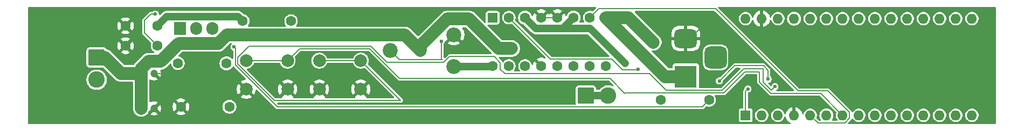
<source format=gbr>
%TF.GenerationSoftware,KiCad,Pcbnew,9.0.2*%
%TF.CreationDate,2025-06-22T14:59:43-10:00*%
%TF.ProjectId,3D_Print_Pen,33445f50-7269-46e7-945f-50656e2e6b69,rev?*%
%TF.SameCoordinates,Original*%
%TF.FileFunction,Copper,L1,Top*%
%TF.FilePolarity,Positive*%
%FSLAX46Y46*%
G04 Gerber Fmt 4.6, Leading zero omitted, Abs format (unit mm)*
G04 Created by KiCad (PCBNEW 9.0.2) date 2025-06-22 14:59:43*
%MOMM*%
%LPD*%
G01*
G04 APERTURE LIST*
G04 Aperture macros list*
%AMRoundRect*
0 Rectangle with rounded corners*
0 $1 Rounding radius*
0 $2 $3 $4 $5 $6 $7 $8 $9 X,Y pos of 4 corners*
0 Add a 4 corners polygon primitive as box body*
4,1,4,$2,$3,$4,$5,$6,$7,$8,$9,$2,$3,0*
0 Add four circle primitives for the rounded corners*
1,1,$1+$1,$2,$3*
1,1,$1+$1,$4,$5*
1,1,$1+$1,$6,$7*
1,1,$1+$1,$8,$9*
0 Add four rect primitives between the rounded corners*
20,1,$1+$1,$2,$3,$4,$5,0*
20,1,$1+$1,$4,$5,$6,$7,0*
20,1,$1+$1,$6,$7,$8,$9,0*
20,1,$1+$1,$8,$9,$2,$3,0*%
G04 Aperture macros list end*
%TA.AperFunction,ComponentPad*%
%ADD10R,1.600000X1.600000*%
%TD*%
%TA.AperFunction,ComponentPad*%
%ADD11O,1.600000X1.600000*%
%TD*%
%TA.AperFunction,ComponentPad*%
%ADD12RoundRect,0.250000X-1.050000X1.050000X-1.050000X-1.050000X1.050000X-1.050000X1.050000X1.050000X0*%
%TD*%
%TA.AperFunction,ComponentPad*%
%ADD13C,2.600000*%
%TD*%
%TA.AperFunction,ComponentPad*%
%ADD14C,2.000000*%
%TD*%
%TA.AperFunction,ComponentPad*%
%ADD15RoundRect,0.250000X-1.050000X-1.050000X1.050000X-1.050000X1.050000X1.050000X-1.050000X1.050000X0*%
%TD*%
%TA.AperFunction,ComponentPad*%
%ADD16R,1.905000X2.000000*%
%TD*%
%TA.AperFunction,ComponentPad*%
%ADD17O,1.905000X2.000000*%
%TD*%
%TA.AperFunction,ComponentPad*%
%ADD18C,1.200000*%
%TD*%
%TA.AperFunction,ComponentPad*%
%ADD19C,2.340000*%
%TD*%
%TA.AperFunction,ComponentPad*%
%ADD20C,1.600000*%
%TD*%
%TA.AperFunction,ComponentPad*%
%ADD21RoundRect,0.250000X-0.550000X0.550000X-0.550000X-0.550000X0.550000X-0.550000X0.550000X0.550000X0*%
%TD*%
%TA.AperFunction,ComponentPad*%
%ADD22R,3.500000X3.500000*%
%TD*%
%TA.AperFunction,ComponentPad*%
%ADD23RoundRect,0.750000X-1.000000X0.750000X-1.000000X-0.750000X1.000000X-0.750000X1.000000X0.750000X0*%
%TD*%
%TA.AperFunction,ComponentPad*%
%ADD24RoundRect,0.875000X-0.875000X0.875000X-0.875000X-0.875000X0.875000X-0.875000X0.875000X0.875000X0*%
%TD*%
%TA.AperFunction,ViaPad*%
%ADD25C,0.600000*%
%TD*%
%TA.AperFunction,ViaPad*%
%ADD26C,1.200000*%
%TD*%
%TA.AperFunction,ViaPad*%
%ADD27C,1.000000*%
%TD*%
%TA.AperFunction,Conductor*%
%ADD28C,0.200000*%
%TD*%
%TA.AperFunction,Conductor*%
%ADD29C,1.200000*%
%TD*%
%TA.AperFunction,Conductor*%
%ADD30C,2.000000*%
%TD*%
G04 APERTURE END LIST*
D10*
%TO.P,A1,1,D1/TX*%
%TO.N,Net-(A1-D1{slash}TX)*%
X172950000Y-91610000D03*
D11*
%TO.P,A1,2,D0/RX*%
%TO.N,unconnected-(A1-D0{slash}RX-Pad2)*%
X175490000Y-91610000D03*
%TO.P,A1,3,~{RESET}*%
%TO.N,unconnected-(A1-~{RESET}-Pad3)*%
X178030000Y-91610000D03*
%TO.P,A1,4,GND*%
%TO.N,GND*%
X180570000Y-91610000D03*
%TO.P,A1,5,D2*%
%TO.N,Net-(A1-D2)*%
X183110000Y-91610000D03*
%TO.P,A1,6,D3*%
%TO.N,/HeaterPower*%
X185650000Y-91610000D03*
%TO.P,A1,7,D4*%
%TO.N,/Retract*%
X188190000Y-91610000D03*
%TO.P,A1,8,D5*%
%TO.N,/Extrude*%
X190730000Y-91610000D03*
%TO.P,A1,9,D6*%
%TO.N,unconnected-(A1-D6-Pad9)*%
X193270000Y-91610000D03*
%TO.P,A1,10,D7*%
%TO.N,unconnected-(A1-D7-Pad10)*%
X195810000Y-91610000D03*
%TO.P,A1,11,D8*%
%TO.N,unconnected-(A1-D8-Pad11)*%
X198350000Y-91610000D03*
%TO.P,A1,12,D9*%
%TO.N,unconnected-(A1-D9-Pad12)*%
X200890000Y-91610000D03*
%TO.P,A1,13,D10*%
%TO.N,unconnected-(A1-D10-Pad13)*%
X203430000Y-91610000D03*
%TO.P,A1,14,D11*%
%TO.N,unconnected-(A1-D11-Pad14)*%
X205970000Y-91610000D03*
%TO.P,A1,15,D12*%
%TO.N,unconnected-(A1-D12-Pad15)*%
X208510000Y-91610000D03*
%TO.P,A1,16,D13*%
%TO.N,unconnected-(A1-D13-Pad16)*%
X208510000Y-76370000D03*
%TO.P,A1,17,3V3*%
%TO.N,unconnected-(A1-3V3-Pad17)*%
X205970000Y-76370000D03*
%TO.P,A1,18,AREF*%
%TO.N,unconnected-(A1-AREF-Pad18)*%
X203430000Y-76370000D03*
%TO.P,A1,19,A0*%
%TO.N,/Temp_Sense*%
X200890000Y-76370000D03*
%TO.P,A1,20,A1*%
%TO.N,Net-(A1-A1)*%
X198350000Y-76370000D03*
%TO.P,A1,21,A2*%
%TO.N,unconnected-(A1-A2-Pad21)*%
X195810000Y-76370000D03*
%TO.P,A1,22,A3*%
%TO.N,unconnected-(A1-A3-Pad22)*%
X193270000Y-76370000D03*
%TO.P,A1,23,A4*%
%TO.N,unconnected-(A1-A4-Pad23)*%
X190730000Y-76370000D03*
%TO.P,A1,24,A5*%
%TO.N,unconnected-(A1-A5-Pad24)*%
X188190000Y-76370000D03*
%TO.P,A1,25,A6*%
%TO.N,unconnected-(A1-A6-Pad25)*%
X185650000Y-76370000D03*
%TO.P,A1,26,A7*%
%TO.N,unconnected-(A1-A7-Pad26)*%
X183110000Y-76370000D03*
%TO.P,A1,27,+5V*%
%TO.N,+5V*%
X180570000Y-76370000D03*
%TO.P,A1,28,~{RESET}*%
%TO.N,unconnected-(A1-~{RESET}-Pad28)*%
X178030000Y-76370000D03*
%TO.P,A1,29,GND*%
%TO.N,GND*%
X175490000Y-76370000D03*
%TO.P,A1,30,VIN*%
%TO.N,unconnected-(A1-VIN-Pad30)*%
X172950000Y-76370000D03*
%TD*%
D12*
%TO.P,HTR1,1*%
%TO.N,+12V*%
X71000000Y-82500000D03*
D13*
%TO.P,HTR1,2*%
%TO.N,/HeaterPower*%
X71000000Y-86000000D03*
%TD*%
D14*
%TO.P,SW1,1,1*%
%TO.N,/Retract*%
X94500000Y-83000000D03*
X101000000Y-83000000D03*
%TO.P,SW1,2,2*%
%TO.N,GND*%
X94500000Y-87500000D03*
X101000000Y-87500000D03*
%TD*%
%TO.P,SW2,1,1*%
%TO.N,/Extrude*%
X106000000Y-83000000D03*
X112500000Y-83000000D03*
%TO.P,SW2,2,2*%
%TO.N,GND*%
X106000000Y-87500000D03*
X112500000Y-87500000D03*
%TD*%
D15*
%TO.P,M1,1,+*%
%TO.N,/MotorPower*%
X147860000Y-88487500D03*
D13*
%TO.P,M1,2,-*%
X151360000Y-88487500D03*
%TD*%
D16*
%TO.P,Q1,1,G*%
%TO.N,Net-(Q1-G)*%
X84110000Y-77960000D03*
D17*
%TO.P,Q1,2,D*%
%TO.N,/HeaterPower*%
X86650000Y-77960000D03*
%TO.P,Q1,3,S*%
%TO.N,GND*%
X89190000Y-77960000D03*
%TD*%
D18*
%TO.P,C1,1*%
%TO.N,+12V*%
X78000000Y-85000000D03*
%TO.P,C1,2*%
%TO.N,GND*%
X80000000Y-85000000D03*
%TD*%
%TO.P,C2,1*%
%TO.N,+12V*%
X78000000Y-90500000D03*
%TO.P,C2,2*%
%TO.N,GND*%
X80000000Y-90500000D03*
%TD*%
D19*
%TO.P,RV1,1,1*%
%TO.N,+5V*%
X127100000Y-83910000D03*
%TO.P,RV1,2,2*%
%TO.N,Net-(A1-A1)*%
X117100000Y-81410000D03*
%TO.P,RV1,3,3*%
%TO.N,GND*%
X127100000Y-78910000D03*
%TD*%
D20*
%TO.P,C4,1*%
%TO.N,/Temp_Sense*%
X80540000Y-80650000D03*
%TO.P,C4,2*%
%TO.N,GND*%
X75540000Y-80650000D03*
%TD*%
%TO.P,TH1,1*%
%TO.N,+5V*%
X93920000Y-76760000D03*
%TO.P,TH1,2*%
%TO.N,/Temp_Sense*%
X101540000Y-76760000D03*
%TD*%
%TO.P,R_Pull1,1*%
%TO.N,/HeaterPower*%
X91850000Y-90260000D03*
%TO.P,R_Pull1,2*%
%TO.N,GND*%
X84230000Y-90260000D03*
%TD*%
%TO.P,C3,1*%
%TO.N,+5V*%
X80540000Y-77500000D03*
%TO.P,C3,2*%
%TO.N,GND*%
X75540000Y-77500000D03*
%TD*%
D21*
%TO.P,U1,1,EN1\u002C2*%
%TO.N,+5V*%
X133230000Y-76210000D03*
D20*
%TO.P,U1,2,1A*%
%TO.N,Net-(A1-D1{slash}TX)*%
X135770000Y-76210000D03*
%TO.P,U1,3,1Y*%
%TO.N,/MotorPower*%
X138310000Y-76210000D03*
%TO.P,U1,4,GND*%
%TO.N,GND*%
X140850000Y-76210000D03*
%TO.P,U1,5,GND*%
X143390000Y-76210000D03*
%TO.P,U1,6,2Y*%
%TO.N,/MotorPower*%
X145930000Y-76210000D03*
%TO.P,U1,7,2A*%
%TO.N,Net-(A1-D2)*%
X148470000Y-76210000D03*
%TO.P,U1,8,VCC2*%
%TO.N,+12V*%
X151010000Y-76210000D03*
%TO.P,U1,9,EN3\u002C4*%
%TO.N,unconnected-(U1-EN3\u002C4-Pad9)*%
X151010000Y-83830000D03*
%TO.P,U1,10,3A*%
%TO.N,unconnected-(U1-3A-Pad10)*%
X148470000Y-83830000D03*
%TO.P,U1,11,3Y*%
%TO.N,unconnected-(U1-3Y-Pad11)*%
X145930000Y-83830000D03*
%TO.P,U1,12,GND*%
%TO.N,GND*%
X143390000Y-83830000D03*
%TO.P,U1,13,GND*%
X140850000Y-83830000D03*
%TO.P,U1,14,4Y*%
%TO.N,unconnected-(U1-4Y-Pad14)*%
X138310000Y-83830000D03*
%TO.P,U1,15,4A*%
%TO.N,unconnected-(U1-4A-Pad15)*%
X135770000Y-83830000D03*
%TO.P,U1,16,VCC1*%
%TO.N,+5V*%
X133230000Y-83830000D03*
%TD*%
%TO.P,R_TH1,1*%
%TO.N,/Temp_Sense*%
X167210000Y-89200000D03*
%TO.P,R_TH1,2*%
%TO.N,GND*%
X159590000Y-89200000D03*
%TD*%
D22*
%TO.P,J1,1*%
%TO.N,+12V*%
X163542500Y-85500000D03*
D23*
%TO.P,J1,2*%
%TO.N,GND*%
X163542500Y-79500000D03*
D24*
%TO.P,J1,3*%
%TO.N,N/C*%
X168242500Y-82500000D03*
%TD*%
D20*
%TO.P,R_GATE1,1*%
%TO.N,Net-(Q1-G)*%
X83790000Y-83410000D03*
%TO.P,R_GATE1,2*%
%TO.N,/HeaterPower*%
X91410000Y-83410000D03*
%TD*%
D25*
%TO.N,/Temp_Sense*%
X80240000Y-75640000D03*
X92600000Y-80840000D03*
%TO.N,/Extrude*%
X177570000Y-87080000D03*
%TO.N,Net-(A1-A1)*%
X125140000Y-79930000D03*
%TO.N,GND*%
X167780000Y-75899000D03*
%TO.N,Net-(A1-D1{slash}TX)*%
X173310000Y-87460000D03*
X168810000Y-86210000D03*
X156080000Y-84370000D03*
X176500000Y-85920000D03*
D26*
%TO.N,+12V*%
X136200000Y-81090000D03*
X158450000Y-80090000D03*
D27*
%TO.N,/MotorPower*%
X154060000Y-83450000D03*
%TD*%
D28*
%TO.N,Net-(A1-D2)*%
X185886050Y-87749000D02*
X189291000Y-91153950D01*
X188546050Y-92811000D02*
X184311000Y-92811000D01*
X184311000Y-92811000D02*
X183110000Y-91610000D01*
X148470000Y-76210000D02*
X149871000Y-74809000D01*
X189291000Y-92066050D02*
X188546050Y-92811000D01*
X149871000Y-74809000D02*
X168239000Y-74809000D01*
X181179000Y-87749000D02*
X185886050Y-87749000D01*
X189291000Y-91153950D02*
X189291000Y-92066050D01*
X168239000Y-74809000D02*
X181179000Y-87749000D01*
%TO.N,/Temp_Sense*%
X167210000Y-89200000D02*
X166109000Y-90301000D01*
X78510000Y-78620000D02*
X78510000Y-76620000D01*
X78510000Y-76620000D02*
X79490000Y-75640000D01*
X99394008Y-90301000D02*
X92798000Y-83704992D01*
X92798000Y-83704992D02*
X92798000Y-81038000D01*
X80540000Y-80650000D02*
X78510000Y-78620000D01*
X92798000Y-81038000D02*
X92600000Y-80840000D01*
X166109000Y-90301000D02*
X99394008Y-90301000D01*
X79490000Y-75640000D02*
X80240000Y-75640000D01*
%TO.N,/Extrude*%
X135134529Y-85031000D02*
X157849686Y-85031000D01*
X112500000Y-83000000D02*
X118760000Y-89260000D01*
X169279000Y-87651000D02*
X172630000Y-84300000D01*
X125529000Y-83259270D02*
X126449270Y-82339000D01*
X116616370Y-83259270D02*
X125529000Y-83259270D01*
X175710000Y-84300000D02*
X175710000Y-86362000D01*
X93199000Y-82461108D02*
X94941108Y-80719000D01*
X134431000Y-84327471D02*
X135134529Y-85031000D01*
X93199000Y-83538892D02*
X93199000Y-82461108D01*
X114076100Y-80719000D02*
X116616370Y-83259270D01*
X157849686Y-85031000D02*
X160469686Y-87651000D01*
X106000000Y-83000000D02*
X112500000Y-83000000D01*
X134431000Y-83332529D02*
X134431000Y-84327471D01*
X172630000Y-84300000D02*
X175710000Y-84300000D01*
X118760000Y-89260000D02*
X98920108Y-89260000D01*
X176999000Y-87651000D02*
X177570000Y-87080000D01*
X133437471Y-82339000D02*
X134431000Y-83332529D01*
X94941108Y-80719000D02*
X114076100Y-80719000D01*
X126449270Y-82339000D02*
X133437471Y-82339000D01*
X175710000Y-86362000D02*
X176999000Y-87651000D01*
X160469686Y-87651000D02*
X169279000Y-87651000D01*
X98920108Y-89260000D02*
X93199000Y-83538892D01*
%TO.N,Net-(A1-A1)*%
X125140000Y-82858270D02*
X125362900Y-82858270D01*
X118548270Y-82858270D02*
X117100000Y-81410000D01*
X125362900Y-82858270D02*
X118548270Y-82858270D01*
X125140000Y-79930000D02*
X125140000Y-82858270D01*
%TO.N,GND*%
X80000000Y-85000000D02*
X81650000Y-85000000D01*
X180570000Y-89790000D02*
X180100000Y-89320000D01*
X175490000Y-77990000D02*
X176030000Y-78530000D01*
X82150000Y-84480000D02*
X82300000Y-84330000D01*
X143390000Y-76210000D02*
X140850000Y-76210000D01*
X164179000Y-79500000D02*
X167780000Y-75899000D01*
X163542500Y-79500000D02*
X164179000Y-79500000D01*
X140850000Y-83830000D02*
X139260000Y-82240000D01*
X81630000Y-86630000D02*
X81630000Y-87440000D01*
X180570000Y-91610000D02*
X180570000Y-89790000D01*
X82150000Y-84500000D02*
X82150000Y-84480000D01*
X175490000Y-76370000D02*
X175490000Y-77990000D01*
X81650000Y-85000000D02*
X82150000Y-84500000D01*
X139260000Y-82240000D02*
X139260000Y-81960000D01*
X80000000Y-85000000D02*
X81630000Y-86630000D01*
%TO.N,/Retract*%
X175140000Y-84750000D02*
X175140000Y-86359100D01*
X113910000Y-81120000D02*
X118589000Y-85799000D01*
X118589000Y-85799000D02*
X151629000Y-85799000D01*
X101000000Y-83000000D02*
X102880000Y-81120000D01*
X172860000Y-84750000D02*
X175140000Y-84750000D01*
X169511000Y-88099000D02*
X172860000Y-84750000D01*
X154031000Y-88099000D02*
X169511000Y-88099000D01*
X176930900Y-88150000D02*
X184730000Y-88150000D01*
X175140000Y-86359100D02*
X176930900Y-88150000D01*
X184730000Y-88150000D02*
X188190000Y-91610000D01*
X151629000Y-85799000D02*
X153980000Y-88150000D01*
X94500000Y-83000000D02*
X101000000Y-83000000D01*
X153980000Y-88150000D02*
X154031000Y-88099000D01*
X102880000Y-81120000D02*
X113910000Y-81120000D01*
D29*
%TO.N,+5V*%
X81981000Y-76059000D02*
X93219000Y-76059000D01*
X93219000Y-76059000D02*
X93920000Y-76760000D01*
X80540000Y-77500000D02*
X81981000Y-76059000D01*
X127100000Y-83910000D02*
X133150000Y-83910000D01*
X133150000Y-83910000D02*
X133230000Y-83830000D01*
D28*
%TO.N,Net-(A1-D1{slash}TX)*%
X176500000Y-84522900D02*
X176500000Y-85920000D01*
X142289000Y-82729000D02*
X151923372Y-82729000D01*
X172950000Y-87820000D02*
X172950000Y-91610000D01*
X151923372Y-82729000D02*
X153645372Y-84451000D01*
X175757100Y-83780000D02*
X176500000Y-84522900D01*
X153645372Y-84451000D02*
X155999000Y-84451000D01*
X155999000Y-84451000D02*
X156080000Y-84370000D01*
X171240000Y-83780000D02*
X174650000Y-83780000D01*
X173310000Y-87460000D02*
X172950000Y-87820000D01*
X135770000Y-76210000D02*
X142289000Y-82729000D01*
X174650000Y-83780000D02*
X175757100Y-83780000D01*
X168810000Y-86210000D02*
X171240000Y-83780000D01*
D30*
%TO.N,+12V*%
X91445430Y-78939000D02*
X90123430Y-80261000D01*
X81062263Y-83099000D02*
X79212580Y-83099000D01*
X163542500Y-85500000D02*
X160300000Y-85500000D01*
X72300000Y-82500000D02*
X74800000Y-85000000D01*
X119431106Y-78939000D02*
X91445430Y-78939000D01*
X74800000Y-85000000D02*
X78000000Y-85000000D01*
X90123430Y-80261000D02*
X83900263Y-80261000D01*
X129518784Y-76439000D02*
X126076478Y-76439000D01*
X78000000Y-84311580D02*
X78000000Y-85000000D01*
X160300000Y-85500000D02*
X151010000Y-76210000D01*
X78000000Y-85000000D02*
X78000000Y-90500000D01*
X136200000Y-81090000D02*
X134169784Y-81090000D01*
X154570000Y-76210000D02*
X158450000Y-80090000D01*
X79212580Y-83099000D02*
X78000000Y-84311580D01*
X126076478Y-76439000D02*
X121873106Y-80642372D01*
X151010000Y-76210000D02*
X154570000Y-76210000D01*
X134169784Y-81090000D02*
X129518784Y-76439000D01*
X83900263Y-80261000D02*
X81062263Y-83099000D01*
X121873106Y-81381000D02*
X119431106Y-78939000D01*
X121873106Y-80642372D02*
X121873106Y-81381000D01*
X71000000Y-82500000D02*
X72300000Y-82500000D01*
D29*
%TO.N,/MotorPower*%
X148521000Y-77911000D02*
X154060000Y-83450000D01*
X144229000Y-77911000D02*
X145930000Y-76210000D01*
X151360000Y-88487500D02*
X147860000Y-88487500D01*
X140011000Y-77911000D02*
X144229000Y-77911000D01*
X144229000Y-77911000D02*
X148521000Y-77911000D01*
X138310000Y-76210000D02*
X140011000Y-77911000D01*
%TD*%
%TA.AperFunction,Conductor*%
%TO.N,GND*%
G36*
X149441495Y-74530185D02*
G01*
X149487250Y-74582989D01*
X149497194Y-74652147D01*
X149468169Y-74715703D01*
X149462140Y-74722177D01*
X149179073Y-75005244D01*
X148982104Y-75202213D01*
X148920781Y-75235698D01*
X148851089Y-75230714D01*
X148846970Y-75229093D01*
X148776420Y-75199870D01*
X148776412Y-75199868D01*
X148573469Y-75159500D01*
X148573465Y-75159500D01*
X148366535Y-75159500D01*
X148366530Y-75159500D01*
X148163587Y-75199868D01*
X148163579Y-75199870D01*
X147972403Y-75279058D01*
X147800342Y-75394024D01*
X147654024Y-75540342D01*
X147539058Y-75712403D01*
X147459870Y-75903579D01*
X147459868Y-75903587D01*
X147419500Y-76106530D01*
X147419500Y-76313469D01*
X147459868Y-76516412D01*
X147459870Y-76516420D01*
X147526144Y-76676420D01*
X147539059Y-76707598D01*
X147580821Y-76770099D01*
X147612566Y-76817610D01*
X147633443Y-76884287D01*
X147614958Y-76951667D01*
X147562979Y-76998357D01*
X147509463Y-77010500D01*
X146952060Y-77010500D01*
X146885021Y-76990815D01*
X146839266Y-76938011D01*
X146829322Y-76868853D01*
X146851741Y-76813615D01*
X146859379Y-76803102D01*
X146871232Y-76786788D01*
X146949873Y-76632445D01*
X147003402Y-76467701D01*
X147030500Y-76296611D01*
X147030500Y-76123389D01*
X147003402Y-75952299D01*
X146949873Y-75787555D01*
X146871232Y-75633212D01*
X146769414Y-75493072D01*
X146646928Y-75370586D01*
X146506788Y-75268768D01*
X146352445Y-75190127D01*
X146187701Y-75136598D01*
X146187699Y-75136597D01*
X146187698Y-75136597D01*
X146056271Y-75115781D01*
X146016611Y-75109500D01*
X145843389Y-75109500D01*
X145803728Y-75115781D01*
X145672302Y-75136597D01*
X145507552Y-75190128D01*
X145353211Y-75268768D01*
X145273461Y-75326711D01*
X145213072Y-75370586D01*
X145213070Y-75370588D01*
X145213069Y-75370588D01*
X145090588Y-75493069D01*
X145090588Y-75493070D01*
X145090586Y-75493072D01*
X145063329Y-75530588D01*
X144988768Y-75633211D01*
X144910129Y-75787549D01*
X144882814Y-75871615D01*
X144843375Y-75929290D01*
X144779016Y-75956487D01*
X144710170Y-75944572D01*
X144658695Y-75897327D01*
X144646952Y-75871613D01*
X144594755Y-75710970D01*
X144501859Y-75528650D01*
X144469474Y-75484077D01*
X144469474Y-75484076D01*
X143790000Y-76163551D01*
X143790000Y-76157339D01*
X143762741Y-76055606D01*
X143710080Y-75964394D01*
X143635606Y-75889920D01*
X143544394Y-75837259D01*
X143442661Y-75810000D01*
X143436446Y-75810000D01*
X144115922Y-75130524D01*
X144115921Y-75130523D01*
X144071359Y-75098147D01*
X144071350Y-75098141D01*
X143889031Y-75005244D01*
X143694417Y-74942009D01*
X143492317Y-74910000D01*
X143287683Y-74910000D01*
X143085582Y-74942009D01*
X142890968Y-75005244D01*
X142708644Y-75098143D01*
X142664077Y-75130523D01*
X142664077Y-75130524D01*
X143343554Y-75810000D01*
X143337339Y-75810000D01*
X143235606Y-75837259D01*
X143144394Y-75889920D01*
X143069920Y-75964394D01*
X143017259Y-76055606D01*
X142990000Y-76157339D01*
X142990000Y-76163553D01*
X142310524Y-75484077D01*
X142310523Y-75484077D01*
X142278143Y-75528644D01*
X142230485Y-75622180D01*
X142182510Y-75672976D01*
X142114689Y-75689771D01*
X142048554Y-75667233D01*
X142009515Y-75622180D01*
X141961859Y-75528650D01*
X141929474Y-75484077D01*
X141929474Y-75484076D01*
X141250000Y-76163551D01*
X141250000Y-76157339D01*
X141222741Y-76055606D01*
X141170080Y-75964394D01*
X141095606Y-75889920D01*
X141004394Y-75837259D01*
X140902661Y-75810000D01*
X140896446Y-75810000D01*
X141575922Y-75130524D01*
X141575921Y-75130523D01*
X141531359Y-75098147D01*
X141531350Y-75098141D01*
X141349031Y-75005244D01*
X141154417Y-74942009D01*
X140952317Y-74910000D01*
X140747683Y-74910000D01*
X140545582Y-74942009D01*
X140350968Y-75005244D01*
X140168644Y-75098143D01*
X140124077Y-75130523D01*
X140124077Y-75130524D01*
X140803554Y-75810000D01*
X140797339Y-75810000D01*
X140695606Y-75837259D01*
X140604394Y-75889920D01*
X140529920Y-75964394D01*
X140477259Y-76055606D01*
X140450000Y-76157339D01*
X140450000Y-76163553D01*
X139770524Y-75484077D01*
X139770523Y-75484077D01*
X139738143Y-75528644D01*
X139645244Y-75710968D01*
X139593047Y-75871613D01*
X139553609Y-75929288D01*
X139489250Y-75956486D01*
X139420404Y-75944571D01*
X139368928Y-75897326D01*
X139357185Y-75871613D01*
X139329873Y-75787555D01*
X139329871Y-75787552D01*
X139329871Y-75787550D01*
X139277866Y-75685484D01*
X139251232Y-75633212D01*
X139149414Y-75493072D01*
X139026928Y-75370586D01*
X138915323Y-75289500D01*
X138899634Y-75278101D01*
X138886787Y-75268767D01*
X138732447Y-75190128D01*
X138732446Y-75190127D01*
X138732445Y-75190127D01*
X138567701Y-75136598D01*
X138567699Y-75136597D01*
X138567698Y-75136597D01*
X138436271Y-75115781D01*
X138396611Y-75109500D01*
X138223389Y-75109500D01*
X138183728Y-75115781D01*
X138052302Y-75136597D01*
X137887552Y-75190128D01*
X137733211Y-75268768D01*
X137653461Y-75326711D01*
X137593072Y-75370586D01*
X137593070Y-75370588D01*
X137593069Y-75370588D01*
X137470588Y-75493069D01*
X137470588Y-75493070D01*
X137470586Y-75493072D01*
X137443329Y-75530588D01*
X137368768Y-75633211D01*
X137290128Y-75787552D01*
X137236597Y-75952302D01*
X137216291Y-76080511D01*
X137209500Y-76123389D01*
X137209500Y-76296611D01*
X137212170Y-76313466D01*
X137236175Y-76465035D01*
X137236598Y-76467701D01*
X137290127Y-76632445D01*
X137368768Y-76786788D01*
X137470586Y-76926928D01*
X137593072Y-77049414D01*
X137733212Y-77151232D01*
X137806133Y-77188387D01*
X137887550Y-77229871D01*
X137887552Y-77229871D01*
X137887555Y-77229873D01*
X138052299Y-77283402D01*
X138080948Y-77287939D01*
X138144081Y-77317866D01*
X138149231Y-77322731D01*
X138748946Y-77922445D01*
X139311536Y-78485035D01*
X139380168Y-78553667D01*
X139436966Y-78610465D01*
X139584446Y-78709009D01*
X139584459Y-78709016D01*
X139696162Y-78755284D01*
X139748334Y-78776894D01*
X139790935Y-78785368D01*
X139922305Y-78811500D01*
X139922308Y-78811500D01*
X139922309Y-78811500D01*
X144140308Y-78811500D01*
X144140309Y-78811500D01*
X148096638Y-78811500D01*
X148163677Y-78831185D01*
X148184319Y-78847819D01*
X151503319Y-82166819D01*
X151536804Y-82228142D01*
X151531820Y-82297834D01*
X151489948Y-82353767D01*
X151424484Y-82378184D01*
X151415638Y-82378500D01*
X142485544Y-82378500D01*
X142418505Y-82358815D01*
X142397863Y-82342181D01*
X136777786Y-76722104D01*
X136744301Y-76660781D01*
X136749285Y-76591089D01*
X136750887Y-76587015D01*
X136780130Y-76516420D01*
X136820500Y-76313465D01*
X136820500Y-76106535D01*
X136780130Y-75903580D01*
X136700941Y-75712402D01*
X136585977Y-75540345D01*
X136585975Y-75540342D01*
X136439657Y-75394024D01*
X136293847Y-75296598D01*
X136267598Y-75279059D01*
X136265285Y-75278101D01*
X136076420Y-75199870D01*
X136076412Y-75199868D01*
X135873469Y-75159500D01*
X135873465Y-75159500D01*
X135666535Y-75159500D01*
X135666530Y-75159500D01*
X135463587Y-75199868D01*
X135463579Y-75199870D01*
X135272403Y-75279058D01*
X135100342Y-75394024D01*
X134954024Y-75540342D01*
X134839058Y-75712403D01*
X134759870Y-75903579D01*
X134759868Y-75903587D01*
X134719500Y-76106530D01*
X134719500Y-76313469D01*
X134759868Y-76516412D01*
X134759870Y-76516420D01*
X134826144Y-76676420D01*
X134839059Y-76707598D01*
X134880821Y-76770099D01*
X134954024Y-76879657D01*
X135100342Y-77025975D01*
X135100345Y-77025977D01*
X135272402Y-77140941D01*
X135463580Y-77220130D01*
X135635838Y-77254394D01*
X135666530Y-77260499D01*
X135666534Y-77260500D01*
X135666535Y-77260500D01*
X135873466Y-77260500D01*
X135873467Y-77260499D01*
X136076420Y-77220130D01*
X136146972Y-77190905D01*
X136216438Y-77183437D01*
X136278918Y-77214711D01*
X136282104Y-77217786D01*
X141489724Y-82425406D01*
X141523209Y-82486729D01*
X141518225Y-82556421D01*
X141476353Y-82612354D01*
X141410889Y-82636771D01*
X141354283Y-82625304D01*
X141353536Y-82627110D01*
X141349037Y-82625247D01*
X141154417Y-82562009D01*
X140952317Y-82530000D01*
X140747683Y-82530000D01*
X140545582Y-82562009D01*
X140350968Y-82625244D01*
X140168644Y-82718143D01*
X140124077Y-82750523D01*
X140124077Y-82750524D01*
X140803553Y-83430000D01*
X140797339Y-83430000D01*
X140695606Y-83457259D01*
X140604394Y-83509920D01*
X140529920Y-83584394D01*
X140477259Y-83675606D01*
X140450000Y-83777339D01*
X140450000Y-83783553D01*
X139770524Y-83104077D01*
X139770523Y-83104077D01*
X139738143Y-83148644D01*
X139645244Y-83330968D01*
X139582010Y-83525581D01*
X139574723Y-83571589D01*
X139544793Y-83634723D01*
X139485481Y-83671654D01*
X139415619Y-83670656D01*
X139357386Y-83632046D01*
X139330633Y-83576381D01*
X139320527Y-83525577D01*
X139320130Y-83523580D01*
X139240941Y-83332402D01*
X139125977Y-83160345D01*
X139125975Y-83160342D01*
X138979657Y-83014024D01*
X138886881Y-82952034D01*
X138807598Y-82899059D01*
X138782753Y-82888768D01*
X138616420Y-82819870D01*
X138616412Y-82819868D01*
X138413469Y-82779500D01*
X138413465Y-82779500D01*
X138206535Y-82779500D01*
X138206530Y-82779500D01*
X138003587Y-82819868D01*
X138003579Y-82819870D01*
X137812403Y-82899058D01*
X137640342Y-83014024D01*
X137494024Y-83160342D01*
X137379058Y-83332403D01*
X137299870Y-83523579D01*
X137299868Y-83523587D01*
X137259500Y-83726530D01*
X137259500Y-83933469D01*
X137299868Y-84136412D01*
X137299870Y-84136420D01*
X137379059Y-84327598D01*
X137379059Y-84327600D01*
X137485974Y-84487610D01*
X137506852Y-84554287D01*
X137488367Y-84621667D01*
X137436388Y-84668357D01*
X137382872Y-84680500D01*
X136697128Y-84680500D01*
X136630089Y-84660815D01*
X136584334Y-84608011D01*
X136574390Y-84538853D01*
X136594026Y-84487610D01*
X136700940Y-84327600D01*
X136700941Y-84327598D01*
X136704984Y-84317838D01*
X136780130Y-84136420D01*
X136820500Y-83933465D01*
X136820500Y-83726535D01*
X136780130Y-83523580D01*
X136700941Y-83332402D01*
X136585977Y-83160345D01*
X136585975Y-83160342D01*
X136439657Y-83014024D01*
X136346881Y-82952034D01*
X136267598Y-82899059D01*
X136242753Y-82888768D01*
X136076420Y-82819870D01*
X136076412Y-82819868D01*
X135873469Y-82779500D01*
X135873465Y-82779500D01*
X135666535Y-82779500D01*
X135666530Y-82779500D01*
X135463587Y-82819868D01*
X135463579Y-82819870D01*
X135272403Y-82899058D01*
X135100342Y-83014024D01*
X134954023Y-83160343D01*
X134948013Y-83169339D01*
X134894400Y-83214143D01*
X134825075Y-83222849D01*
X134762048Y-83192693D01*
X134737524Y-83162445D01*
X134736310Y-83160343D01*
X134711470Y-83117317D01*
X134196334Y-82602181D01*
X134162849Y-82540858D01*
X134167833Y-82471166D01*
X134209705Y-82415233D01*
X134275169Y-82390816D01*
X134284015Y-82390500D01*
X136302351Y-82390500D01*
X136302352Y-82390500D01*
X136504534Y-82358477D01*
X136699219Y-82295220D01*
X136881610Y-82202287D01*
X137012716Y-82107034D01*
X137047213Y-82081971D01*
X137047215Y-82081968D01*
X137047219Y-82081966D01*
X137191966Y-81937219D01*
X137191968Y-81937215D01*
X137191971Y-81937213D01*
X137261787Y-81841118D01*
X137312287Y-81771610D01*
X137405220Y-81589219D01*
X137468477Y-81394534D01*
X137500500Y-81192352D01*
X137500500Y-80987648D01*
X137468477Y-80785466D01*
X137463975Y-80771611D01*
X137418833Y-80632677D01*
X137405220Y-80590781D01*
X137405218Y-80590778D01*
X137405218Y-80590776D01*
X137360175Y-80502376D01*
X137312287Y-80408390D01*
X137292494Y-80381147D01*
X137191971Y-80242786D01*
X137047213Y-80098028D01*
X136881613Y-79977715D01*
X136881612Y-79977714D01*
X136881610Y-79977713D01*
X136824653Y-79948691D01*
X136699223Y-79884781D01*
X136504534Y-79821522D01*
X136329995Y-79793878D01*
X136302352Y-79789500D01*
X136302351Y-79789500D01*
X134759831Y-79789500D01*
X134692792Y-79769815D01*
X134672150Y-79753181D01*
X132425520Y-77506551D01*
X132392035Y-77445228D01*
X132397019Y-77375536D01*
X132438891Y-77319603D01*
X132504355Y-77295186D01*
X132543597Y-77298653D01*
X132548430Y-77299874D01*
X132548436Y-77299877D01*
X132636898Y-77310500D01*
X132636903Y-77310500D01*
X133823097Y-77310500D01*
X133823102Y-77310500D01*
X133911564Y-77299877D01*
X134052342Y-77244361D01*
X134172922Y-77152922D01*
X134264361Y-77032342D01*
X134319877Y-76891564D01*
X134330500Y-76803102D01*
X134330500Y-75616898D01*
X134319877Y-75528436D01*
X134264361Y-75387658D01*
X134264360Y-75387657D01*
X134264360Y-75387656D01*
X134172922Y-75267077D01*
X134052343Y-75175639D01*
X133911561Y-75120122D01*
X133865926Y-75114642D01*
X133823102Y-75109500D01*
X132636898Y-75109500D01*
X132597853Y-75114188D01*
X132548438Y-75120122D01*
X132407656Y-75175639D01*
X132287077Y-75267077D01*
X132195639Y-75387656D01*
X132140122Y-75528438D01*
X132138389Y-75542872D01*
X132129500Y-75616898D01*
X132129500Y-76803102D01*
X132133442Y-76835925D01*
X132140123Y-76891567D01*
X132141347Y-76896408D01*
X132138693Y-76966228D01*
X132098713Y-77023528D01*
X132034101Y-77050118D01*
X131965370Y-77037554D01*
X131933448Y-77014479D01*
X130366005Y-75447036D01*
X130366003Y-75447034D01*
X130200395Y-75326713D01*
X130148862Y-75300456D01*
X130093122Y-75272055D01*
X130093119Y-75272054D01*
X130088107Y-75269500D01*
X130018003Y-75233780D01*
X129912472Y-75199491D01*
X129908553Y-75198217D01*
X129908549Y-75198216D01*
X129823316Y-75170522D01*
X129668004Y-75145923D01*
X129621136Y-75138500D01*
X125974126Y-75138500D01*
X125906732Y-75149174D01*
X125771942Y-75170523D01*
X125577262Y-75233777D01*
X125577259Y-75233778D01*
X125453972Y-75296598D01*
X125394864Y-75326715D01*
X125229264Y-75447028D01*
X125229260Y-75447032D01*
X121591473Y-79084820D01*
X121530150Y-79118305D01*
X121460458Y-79113321D01*
X121416111Y-79084820D01*
X120278327Y-77947036D01*
X120278325Y-77947034D01*
X120112717Y-77826713D01*
X120094037Y-77817195D01*
X119992829Y-77765627D01*
X119992826Y-77765625D01*
X119987017Y-77762666D01*
X119930325Y-77733780D01*
X119798480Y-77690941D01*
X119795424Y-77689948D01*
X119795411Y-77689943D01*
X119735638Y-77670522D01*
X119580326Y-77645923D01*
X119533458Y-77638500D01*
X119533457Y-77638500D01*
X102446495Y-77638500D01*
X102379456Y-77618815D01*
X102333701Y-77566011D01*
X102323757Y-77496853D01*
X102352244Y-77434473D01*
X102352112Y-77434365D01*
X102352522Y-77433864D01*
X102352782Y-77433297D01*
X102354522Y-77431428D01*
X102355975Y-77429657D01*
X102355977Y-77429655D01*
X102470941Y-77257598D01*
X102550130Y-77066420D01*
X102590500Y-76863465D01*
X102590500Y-76656535D01*
X102550130Y-76453580D01*
X102470941Y-76262402D01*
X102355977Y-76090345D01*
X102355975Y-76090342D01*
X102209657Y-75944024D01*
X102078586Y-75856446D01*
X102037598Y-75829059D01*
X102012753Y-75818768D01*
X101846420Y-75749870D01*
X101846412Y-75749868D01*
X101643469Y-75709500D01*
X101643465Y-75709500D01*
X101436535Y-75709500D01*
X101436530Y-75709500D01*
X101233587Y-75749868D01*
X101233579Y-75749870D01*
X101042403Y-75829058D01*
X100870342Y-75944024D01*
X100724024Y-76090342D01*
X100609058Y-76262403D01*
X100529870Y-76453579D01*
X100529868Y-76453587D01*
X100489500Y-76656530D01*
X100489500Y-76863469D01*
X100529868Y-77066412D01*
X100529870Y-77066420D01*
X100603575Y-77244360D01*
X100609059Y-77257598D01*
X100636491Y-77298653D01*
X100724024Y-77429657D01*
X100727888Y-77434365D01*
X100726105Y-77435827D01*
X100754671Y-77488142D01*
X100749687Y-77557834D01*
X100707815Y-77613767D01*
X100642351Y-77638184D01*
X100633505Y-77638500D01*
X94885389Y-77638500D01*
X94818350Y-77618815D01*
X94772595Y-77566011D01*
X94762651Y-77496853D01*
X94785071Y-77441614D01*
X94861232Y-77336788D01*
X94939873Y-77182445D01*
X94993402Y-77017701D01*
X95020500Y-76846611D01*
X95020500Y-76673389D01*
X94993402Y-76502299D01*
X94939873Y-76337555D01*
X94861232Y-76183212D01*
X94759414Y-76043072D01*
X94636928Y-75920586D01*
X94496788Y-75818768D01*
X94342445Y-75740127D01*
X94220010Y-75700345D01*
X94177699Y-75686597D01*
X94149047Y-75682059D01*
X94085913Y-75652128D01*
X94080767Y-75647267D01*
X93793039Y-75359538D01*
X93793038Y-75359537D01*
X93774846Y-75347382D01*
X93698842Y-75296598D01*
X93645547Y-75260987D01*
X93563606Y-75227046D01*
X93558761Y-75225039D01*
X93558757Y-75225037D01*
X93481666Y-75193105D01*
X93481658Y-75193103D01*
X93307696Y-75158500D01*
X93307692Y-75158500D01*
X93307691Y-75158500D01*
X82069692Y-75158500D01*
X81892308Y-75158500D01*
X81892303Y-75158500D01*
X81718341Y-75193103D01*
X81718333Y-75193105D01*
X81620137Y-75233780D01*
X81620136Y-75233780D01*
X81554459Y-75260983D01*
X81554447Y-75260990D01*
X81406964Y-75359536D01*
X81002181Y-75764319D01*
X80940858Y-75797804D01*
X80871166Y-75792820D01*
X80815233Y-75750948D01*
X80790816Y-75685484D01*
X80790500Y-75676638D01*
X80790500Y-75567527D01*
X80790500Y-75567525D01*
X80752984Y-75427515D01*
X80733647Y-75394023D01*
X80680511Y-75301988D01*
X80680506Y-75301982D01*
X80578017Y-75199493D01*
X80578011Y-75199488D01*
X80452488Y-75127017D01*
X80452489Y-75127017D01*
X80426760Y-75120123D01*
X80312475Y-75089500D01*
X80167525Y-75089500D01*
X80053240Y-75120123D01*
X80027511Y-75127017D01*
X79901988Y-75199488D01*
X79901982Y-75199493D01*
X79848295Y-75253181D01*
X79786972Y-75286666D01*
X79760614Y-75289500D01*
X79443856Y-75289500D01*
X79369214Y-75309500D01*
X79369213Y-75309499D01*
X79354711Y-75313385D01*
X79354706Y-75313388D01*
X79274794Y-75359526D01*
X79274785Y-75359533D01*
X78229532Y-76404785D01*
X78229527Y-76404791D01*
X78186034Y-76480122D01*
X78186035Y-76480123D01*
X78183387Y-76484708D01*
X78183386Y-76484712D01*
X78159500Y-76573856D01*
X78159500Y-76573858D01*
X78159500Y-78666144D01*
X78176540Y-78729738D01*
X78176540Y-78729739D01*
X78183384Y-78755284D01*
X78183385Y-78755286D01*
X78183386Y-78755288D01*
X78191829Y-78769912D01*
X78229527Y-78835208D01*
X78229531Y-78835213D01*
X79532213Y-80137895D01*
X79565698Y-80199218D01*
X79560714Y-80268910D01*
X79559093Y-80273028D01*
X79529871Y-80343575D01*
X79529868Y-80343587D01*
X79489500Y-80546530D01*
X79489500Y-80753469D01*
X79529868Y-80956412D01*
X79529870Y-80956420D01*
X79606735Y-81141989D01*
X79609059Y-81147598D01*
X79665734Y-81232418D01*
X79724024Y-81319657D01*
X79870342Y-81465975D01*
X79870345Y-81465977D01*
X80028119Y-81571398D01*
X80072925Y-81625009D01*
X80081632Y-81694334D01*
X80051478Y-81757362D01*
X79992035Y-81794082D01*
X79959229Y-81798500D01*
X79314932Y-81798500D01*
X79110228Y-81798500D01*
X79073956Y-81804245D01*
X78908048Y-81830522D01*
X78908043Y-81830523D01*
X78855512Y-81847591D01*
X78855513Y-81847592D01*
X78713356Y-81893781D01*
X78641341Y-81930476D01*
X78530968Y-81986713D01*
X78365358Y-82107036D01*
X77008036Y-83464358D01*
X76887716Y-83629964D01*
X76887713Y-83629969D01*
X76886781Y-83631799D01*
X76886243Y-83632367D01*
X76885172Y-83634117D01*
X76884804Y-83633891D01*
X76838805Y-83682593D01*
X76776298Y-83699500D01*
X75390047Y-83699500D01*
X75323008Y-83679815D01*
X75302366Y-83663181D01*
X73147221Y-81508036D01*
X73147219Y-81508034D01*
X72981611Y-81387713D01*
X72891046Y-81341568D01*
X72857197Y-81324321D01*
X72857194Y-81324320D01*
X72851285Y-81321309D01*
X72799219Y-81294780D01*
X72670529Y-81252966D01*
X72667575Y-81252006D01*
X72667551Y-81251997D01*
X72601774Y-81230626D01*
X72544098Y-81191189D01*
X72539393Y-81184294D01*
X72525049Y-81165379D01*
X72467270Y-81089185D01*
X72442922Y-81057077D01*
X72322343Y-80965639D01*
X72187528Y-80912475D01*
X72181564Y-80910123D01*
X72181563Y-80910122D01*
X72181561Y-80910122D01*
X72135926Y-80904642D01*
X72093102Y-80899500D01*
X69906898Y-80899500D01*
X69867853Y-80904188D01*
X69818438Y-80910122D01*
X69677656Y-80965639D01*
X69557077Y-81057077D01*
X69465639Y-81177656D01*
X69410122Y-81318438D01*
X69406114Y-81351821D01*
X69399500Y-81406898D01*
X69399500Y-83593102D01*
X69403927Y-83629964D01*
X69410122Y-83681561D01*
X69465639Y-83822343D01*
X69557077Y-83942922D01*
X69677656Y-84034360D01*
X69677657Y-84034360D01*
X69677658Y-84034361D01*
X69818436Y-84089877D01*
X69906898Y-84100500D01*
X72009953Y-84100500D01*
X72076992Y-84120185D01*
X72097634Y-84136819D01*
X73952781Y-85991966D01*
X74118389Y-86112287D01*
X74206680Y-86157273D01*
X74300781Y-86205220D01*
X74366927Y-86226712D01*
X74495465Y-86268477D01*
X74697648Y-86300500D01*
X76575500Y-86300500D01*
X76642539Y-86320185D01*
X76688294Y-86372989D01*
X76699500Y-86424500D01*
X76699500Y-90602352D01*
X76703501Y-90627612D01*
X76731522Y-90804534D01*
X76794781Y-90999223D01*
X76887715Y-91181613D01*
X77008028Y-91347213D01*
X77152786Y-91491971D01*
X77264197Y-91572914D01*
X77318390Y-91612287D01*
X77434607Y-91671503D01*
X77500776Y-91705218D01*
X77500778Y-91705218D01*
X77500781Y-91705220D01*
X77605137Y-91739127D01*
X77695465Y-91768477D01*
X77796557Y-91784488D01*
X77897648Y-91800500D01*
X77897649Y-91800500D01*
X78102351Y-91800500D01*
X78102352Y-91800500D01*
X78304534Y-91768477D01*
X78499219Y-91705220D01*
X78681610Y-91612287D01*
X78809448Y-91519408D01*
X78847213Y-91491971D01*
X78847215Y-91491968D01*
X78847219Y-91491966D01*
X78902896Y-91436289D01*
X79417261Y-91436289D01*
X79417262Y-91436290D01*
X79423471Y-91440801D01*
X79577742Y-91519408D01*
X79742415Y-91572914D01*
X79913429Y-91600000D01*
X80086571Y-91600000D01*
X80257584Y-91572914D01*
X80422257Y-91519408D01*
X80576525Y-91440803D01*
X80582736Y-91436289D01*
X80582737Y-91436289D01*
X80000001Y-90853553D01*
X80000000Y-90853553D01*
X79417261Y-91436289D01*
X78902896Y-91436289D01*
X78991966Y-91347219D01*
X79112287Y-91181610D01*
X79205220Y-90999219D01*
X79223933Y-90941625D01*
X79254183Y-90892262D01*
X79705145Y-90441300D01*
X79700000Y-90460504D01*
X79700000Y-90539496D01*
X79720444Y-90615796D01*
X79759940Y-90684205D01*
X79815795Y-90740060D01*
X79884204Y-90779556D01*
X79960504Y-90800000D01*
X80039496Y-90800000D01*
X80115796Y-90779556D01*
X80184205Y-90740060D01*
X80240060Y-90684205D01*
X80279556Y-90615796D01*
X80300000Y-90539496D01*
X80300000Y-90499999D01*
X80353553Y-90499999D01*
X80353553Y-90500000D01*
X80936289Y-91082736D01*
X80940803Y-91076525D01*
X81019408Y-90922257D01*
X81072914Y-90757584D01*
X81100000Y-90586571D01*
X81100000Y-90413428D01*
X81072913Y-90242414D01*
X81072913Y-90242411D01*
X81056252Y-90191134D01*
X81045383Y-90157682D01*
X82930000Y-90157682D01*
X82930000Y-90362317D01*
X82962009Y-90564417D01*
X83025244Y-90759031D01*
X83118141Y-90941350D01*
X83118147Y-90941359D01*
X83150523Y-90985921D01*
X83150524Y-90985922D01*
X83830000Y-90306446D01*
X83830000Y-90312661D01*
X83857259Y-90414394D01*
X83909920Y-90505606D01*
X83984394Y-90580080D01*
X84075606Y-90632741D01*
X84177339Y-90660000D01*
X84183553Y-90660000D01*
X83504076Y-91339474D01*
X83548650Y-91371859D01*
X83730968Y-91464755D01*
X83925582Y-91527990D01*
X84127683Y-91560000D01*
X84332317Y-91560000D01*
X84534417Y-91527990D01*
X84729031Y-91464755D01*
X84911349Y-91371859D01*
X84955921Y-91339474D01*
X84276447Y-90660000D01*
X84282661Y-90660000D01*
X84384394Y-90632741D01*
X84475606Y-90580080D01*
X84550080Y-90505606D01*
X84602741Y-90414394D01*
X84630000Y-90312661D01*
X84630000Y-90306447D01*
X85309474Y-90985921D01*
X85341859Y-90941349D01*
X85434755Y-90759031D01*
X85497990Y-90564417D01*
X85530000Y-90362317D01*
X85530000Y-90173389D01*
X90749500Y-90173389D01*
X90749500Y-90346610D01*
X90776075Y-90514403D01*
X90776598Y-90517701D01*
X90829026Y-90679058D01*
X90830128Y-90682447D01*
X90882547Y-90785326D01*
X90908768Y-90836788D01*
X91010586Y-90976928D01*
X91133072Y-91099414D01*
X91273212Y-91201232D01*
X91427555Y-91279873D01*
X91592299Y-91333402D01*
X91763389Y-91360500D01*
X91763390Y-91360500D01*
X91936610Y-91360500D01*
X91936611Y-91360500D01*
X92107701Y-91333402D01*
X92272445Y-91279873D01*
X92426788Y-91201232D01*
X92566928Y-91099414D01*
X92689414Y-90976928D01*
X92791232Y-90836788D01*
X92817456Y-90785321D01*
X171899500Y-90785321D01*
X171899500Y-92434678D01*
X171914032Y-92507735D01*
X171914033Y-92507739D01*
X171914034Y-92507740D01*
X171969399Y-92590601D01*
X172013595Y-92620131D01*
X172052260Y-92645966D01*
X172052264Y-92645967D01*
X172125321Y-92660499D01*
X172125324Y-92660500D01*
X172125326Y-92660500D01*
X173774676Y-92660500D01*
X173774677Y-92660499D01*
X173847740Y-92645966D01*
X173930601Y-92590601D01*
X173985966Y-92507740D01*
X174000500Y-92434674D01*
X174000500Y-91506530D01*
X174439500Y-91506530D01*
X174439500Y-91713469D01*
X174479868Y-91916412D01*
X174479870Y-91916420D01*
X174545939Y-92075925D01*
X174559059Y-92107598D01*
X174560664Y-92110000D01*
X174674024Y-92279657D01*
X174820342Y-92425975D01*
X174820345Y-92425977D01*
X174992402Y-92540941D01*
X175183580Y-92620130D01*
X175386530Y-92660499D01*
X175386534Y-92660500D01*
X175386535Y-92660500D01*
X175593466Y-92660500D01*
X175593467Y-92660499D01*
X175796420Y-92620130D01*
X175987598Y-92540941D01*
X176159655Y-92425977D01*
X176305977Y-92279655D01*
X176420941Y-92107598D01*
X176500130Y-91916420D01*
X176540500Y-91713465D01*
X176540500Y-91506535D01*
X176500130Y-91303580D01*
X176420941Y-91112402D01*
X176305977Y-90940345D01*
X176305975Y-90940342D01*
X176159657Y-90794024D01*
X176073626Y-90736541D01*
X175987598Y-90679059D01*
X175962753Y-90668768D01*
X175796420Y-90599870D01*
X175796412Y-90599868D01*
X175593469Y-90559500D01*
X175593465Y-90559500D01*
X175386535Y-90559500D01*
X175386530Y-90559500D01*
X175183587Y-90599868D01*
X175183579Y-90599870D01*
X174992403Y-90679058D01*
X174820342Y-90794024D01*
X174674024Y-90940342D01*
X174559058Y-91112403D01*
X174479870Y-91303579D01*
X174479868Y-91303587D01*
X174439500Y-91506530D01*
X174000500Y-91506530D01*
X174000500Y-90785326D01*
X174000500Y-90785323D01*
X174000499Y-90785321D01*
X173985967Y-90712264D01*
X173985966Y-90712260D01*
X173930601Y-90629399D01*
X173847740Y-90574034D01*
X173847739Y-90574033D01*
X173847735Y-90574032D01*
X173774677Y-90559500D01*
X173774674Y-90559500D01*
X173424500Y-90559500D01*
X173357461Y-90539815D01*
X173311706Y-90487011D01*
X173300500Y-90435500D01*
X173300500Y-88127613D01*
X173320185Y-88060574D01*
X173372989Y-88014819D01*
X173392395Y-88007841D01*
X173522485Y-87972984D01*
X173648015Y-87900509D01*
X173750509Y-87798015D01*
X173822984Y-87672485D01*
X173860500Y-87532475D01*
X173860500Y-87387525D01*
X173822984Y-87247515D01*
X173820688Y-87243539D01*
X173750511Y-87121988D01*
X173750506Y-87121982D01*
X173648017Y-87019493D01*
X173648011Y-87019488D01*
X173522488Y-86947017D01*
X173522489Y-86947017D01*
X173511006Y-86943940D01*
X173382475Y-86909500D01*
X173237525Y-86909500D01*
X173108993Y-86943940D01*
X173097511Y-86947017D01*
X172971988Y-87019488D01*
X172971982Y-87019493D01*
X172869493Y-87121982D01*
X172869488Y-87121988D01*
X172797017Y-87247511D01*
X172797016Y-87247515D01*
X172759500Y-87387525D01*
X172759500Y-87387527D01*
X172759500Y-87463456D01*
X172739815Y-87530495D01*
X172723181Y-87551137D01*
X172669532Y-87604785D01*
X172669530Y-87604788D01*
X172630444Y-87672487D01*
X172623388Y-87684708D01*
X172623386Y-87684711D01*
X172623386Y-87684712D01*
X172599500Y-87773856D01*
X172599500Y-87773858D01*
X172599500Y-90435500D01*
X172579815Y-90502539D01*
X172527011Y-90548294D01*
X172475500Y-90559500D01*
X172125323Y-90559500D01*
X172052264Y-90574032D01*
X172052260Y-90574033D01*
X171969399Y-90629399D01*
X171914033Y-90712260D01*
X171914032Y-90712264D01*
X171899500Y-90785321D01*
X92817456Y-90785321D01*
X92840517Y-90740060D01*
X92849241Y-90722939D01*
X92849242Y-90722937D01*
X92869870Y-90682450D01*
X92869873Y-90682445D01*
X92923402Y-90517701D01*
X92950500Y-90346611D01*
X92950500Y-90173389D01*
X92923402Y-90002299D01*
X92869873Y-89837555D01*
X92791232Y-89683212D01*
X92689414Y-89543072D01*
X92566928Y-89420586D01*
X92426788Y-89318768D01*
X92272445Y-89240127D01*
X92107701Y-89186598D01*
X92107699Y-89186597D01*
X92107698Y-89186597D01*
X91976271Y-89165781D01*
X91936611Y-89159500D01*
X91763389Y-89159500D01*
X91723728Y-89165781D01*
X91592302Y-89186597D01*
X91427552Y-89240128D01*
X91273211Y-89318768D01*
X91224177Y-89354394D01*
X91133072Y-89420586D01*
X91133070Y-89420588D01*
X91133069Y-89420588D01*
X91010588Y-89543069D01*
X91010588Y-89543070D01*
X91010586Y-89543072D01*
X90978952Y-89586612D01*
X90908768Y-89683211D01*
X90830128Y-89837552D01*
X90776597Y-90002302D01*
X90749500Y-90173389D01*
X85530000Y-90173389D01*
X85530000Y-90157682D01*
X85497990Y-89955582D01*
X85434755Y-89760968D01*
X85341859Y-89578650D01*
X85309474Y-89534077D01*
X85309474Y-89534076D01*
X84630000Y-90213551D01*
X84630000Y-90207339D01*
X84602741Y-90105606D01*
X84550080Y-90014394D01*
X84475606Y-89939920D01*
X84384394Y-89887259D01*
X84282661Y-89860000D01*
X84276446Y-89860000D01*
X84955922Y-89180524D01*
X84955921Y-89180523D01*
X84911359Y-89148147D01*
X84911350Y-89148141D01*
X84729031Y-89055244D01*
X84534417Y-88992009D01*
X84332317Y-88960000D01*
X84127683Y-88960000D01*
X83925582Y-88992009D01*
X83730968Y-89055244D01*
X83548644Y-89148143D01*
X83504077Y-89180523D01*
X83504077Y-89180524D01*
X84183554Y-89860000D01*
X84177339Y-89860000D01*
X84075606Y-89887259D01*
X83984394Y-89939920D01*
X83909920Y-90014394D01*
X83857259Y-90105606D01*
X83830000Y-90207339D01*
X83830000Y-90213553D01*
X83150524Y-89534077D01*
X83150523Y-89534077D01*
X83118143Y-89578644D01*
X83025244Y-89760968D01*
X82962009Y-89955582D01*
X82930000Y-90157682D01*
X81045383Y-90157682D01*
X81019408Y-90077742D01*
X80940801Y-89923471D01*
X80936290Y-89917262D01*
X80936289Y-89917261D01*
X80353553Y-90499999D01*
X80300000Y-90499999D01*
X80300000Y-90460504D01*
X80279556Y-90384204D01*
X80240060Y-90315795D01*
X80184205Y-90259940D01*
X80115796Y-90220444D01*
X80039496Y-90200000D01*
X79960504Y-90200000D01*
X79941300Y-90205145D01*
X80582737Y-89563709D01*
X80576525Y-89559196D01*
X80422259Y-89480592D01*
X80257584Y-89427085D01*
X80086571Y-89400000D01*
X79913429Y-89400000D01*
X79742415Y-89427085D01*
X79577742Y-89480592D01*
X79480795Y-89529989D01*
X79478089Y-89530497D01*
X79476011Y-89532298D01*
X79443959Y-89536906D01*
X79412125Y-89542885D01*
X79409576Y-89541850D01*
X79406853Y-89542242D01*
X79377387Y-89528785D01*
X79347385Y-89516608D01*
X79345800Y-89514360D01*
X79343297Y-89513217D01*
X79325785Y-89485968D01*
X79307128Y-89459502D01*
X79306555Y-89456045D01*
X79305523Y-89454439D01*
X79300500Y-89419504D01*
X79300500Y-86080495D01*
X79320185Y-86013456D01*
X79372989Y-85967701D01*
X79442147Y-85957757D01*
X79480795Y-85970010D01*
X79577742Y-86019408D01*
X79742415Y-86072914D01*
X79913429Y-86100000D01*
X80086571Y-86100000D01*
X80257584Y-86072914D01*
X80422257Y-86019408D01*
X80576525Y-85940803D01*
X80582736Y-85936289D01*
X79941301Y-85294854D01*
X79960504Y-85300000D01*
X80039496Y-85300000D01*
X80115796Y-85279556D01*
X80184205Y-85240060D01*
X80240060Y-85184205D01*
X80279556Y-85115796D01*
X80300000Y-85039496D01*
X80300000Y-84960504D01*
X80294854Y-84941301D01*
X80936289Y-85582736D01*
X80940803Y-85576525D01*
X81019408Y-85422257D01*
X81072914Y-85257584D01*
X81100000Y-85086571D01*
X81100000Y-84913428D01*
X81072914Y-84742415D01*
X81019405Y-84577736D01*
X81017543Y-84573238D01*
X81019098Y-84572593D01*
X81007559Y-84511111D01*
X81033844Y-84446374D01*
X81090955Y-84406123D01*
X81130939Y-84399500D01*
X81164614Y-84399500D01*
X81164615Y-84399500D01*
X81366798Y-84367477D01*
X81489532Y-84327598D01*
X81561482Y-84304220D01*
X81674091Y-84246843D01*
X81743874Y-84211287D01*
X81909482Y-84090966D01*
X82533566Y-83466880D01*
X82594887Y-83433397D01*
X82664578Y-83438381D01*
X82720512Y-83480252D01*
X82742862Y-83530372D01*
X82779868Y-83716412D01*
X82779870Y-83716420D01*
X82838107Y-83857017D01*
X82859059Y-83907598D01*
X82876564Y-83933796D01*
X82974024Y-84079657D01*
X83120342Y-84225975D01*
X83120345Y-84225977D01*
X83292402Y-84340941D01*
X83483580Y-84420130D01*
X83643466Y-84451933D01*
X83686530Y-84460499D01*
X83686534Y-84460500D01*
X83686535Y-84460500D01*
X83893466Y-84460500D01*
X83893467Y-84460499D01*
X84096420Y-84420130D01*
X84287598Y-84340941D01*
X84459655Y-84225977D01*
X84605977Y-84079655D01*
X84720941Y-83907598D01*
X84800130Y-83716420D01*
X84840500Y-83513465D01*
X84840500Y-83306535D01*
X84800130Y-83103580D01*
X84720941Y-82912402D01*
X84605977Y-82740345D01*
X84605975Y-82740342D01*
X84459657Y-82594024D01*
X84373626Y-82536541D01*
X84287598Y-82479059D01*
X84262753Y-82468768D01*
X84096420Y-82399870D01*
X84096412Y-82399868D01*
X83910372Y-82362862D01*
X83848461Y-82330477D01*
X83813887Y-82269761D01*
X83817626Y-82199992D01*
X83846879Y-82153567D01*
X84402629Y-81597819D01*
X84463952Y-81564334D01*
X84490310Y-81561500D01*
X90225781Y-81561500D01*
X90225782Y-81561500D01*
X90427965Y-81529477D01*
X90525306Y-81497848D01*
X90622649Y-81466220D01*
X90739075Y-81406898D01*
X90805041Y-81373287D01*
X90970649Y-81252966D01*
X91947796Y-80275819D01*
X91974723Y-80261115D01*
X92000542Y-80244523D01*
X92006742Y-80243631D01*
X92009119Y-80242334D01*
X92035477Y-80239500D01*
X92122614Y-80239500D01*
X92189653Y-80259185D01*
X92235408Y-80311989D01*
X92245352Y-80381147D01*
X92216327Y-80444703D01*
X92210295Y-80451181D01*
X92159493Y-80501982D01*
X92159488Y-80501988D01*
X92087017Y-80627511D01*
X92087016Y-80627515D01*
X92049500Y-80767525D01*
X92049500Y-80912475D01*
X92073905Y-81003553D01*
X92087017Y-81052488D01*
X92159488Y-81178011D01*
X92159490Y-81178013D01*
X92159491Y-81178015D01*
X92261985Y-81280509D01*
X92337869Y-81324321D01*
X92385500Y-81351821D01*
X92433716Y-81402388D01*
X92447500Y-81459208D01*
X92447500Y-82591796D01*
X92427815Y-82658835D01*
X92375011Y-82704590D01*
X92305853Y-82714534D01*
X92242297Y-82685509D01*
X92235819Y-82679477D01*
X92126930Y-82570588D01*
X92126928Y-82570586D01*
X91986788Y-82468768D01*
X91951541Y-82450809D01*
X91832447Y-82390128D01*
X91832446Y-82390127D01*
X91832445Y-82390127D01*
X91667701Y-82336598D01*
X91667699Y-82336597D01*
X91667698Y-82336597D01*
X91536271Y-82315781D01*
X91496611Y-82309500D01*
X91323389Y-82309500D01*
X91283728Y-82315781D01*
X91152302Y-82336597D01*
X91099459Y-82353767D01*
X91024312Y-82378184D01*
X90987552Y-82390128D01*
X90833211Y-82468768D01*
X90773097Y-82512444D01*
X90693072Y-82570586D01*
X90693070Y-82570588D01*
X90693069Y-82570588D01*
X90570588Y-82693069D01*
X90570588Y-82693070D01*
X90570586Y-82693072D01*
X90541976Y-82732450D01*
X90468768Y-82833211D01*
X90390128Y-82987552D01*
X90336597Y-83152302D01*
X90319572Y-83259795D01*
X90309500Y-83323389D01*
X90309500Y-83496611D01*
X90316165Y-83538692D01*
X90334650Y-83655405D01*
X90336598Y-83667701D01*
X90390127Y-83832445D01*
X90468768Y-83986788D01*
X90570586Y-84126928D01*
X90693072Y-84249414D01*
X90833212Y-84351232D01*
X90987555Y-84429873D01*
X91152299Y-84483402D01*
X91323389Y-84510500D01*
X91323390Y-84510500D01*
X91496610Y-84510500D01*
X91496611Y-84510500D01*
X91667701Y-84483402D01*
X91832445Y-84429873D01*
X91986788Y-84351232D01*
X92126928Y-84249414D01*
X92249414Y-84126928D01*
X92351232Y-83986788D01*
X92352347Y-83984598D01*
X92352994Y-83983913D01*
X92353777Y-83982636D01*
X92354045Y-83982800D01*
X92400312Y-83933796D01*
X92468130Y-83916989D01*
X92534269Y-83939515D01*
X92550521Y-83953195D01*
X94395793Y-85798467D01*
X94429278Y-85859790D01*
X94424294Y-85929482D01*
X94382422Y-85985415D01*
X94327510Y-86008621D01*
X94148752Y-86036934D01*
X93924197Y-86109897D01*
X93713830Y-86217084D01*
X93630894Y-86277340D01*
X94329766Y-86976212D01*
X94287708Y-86987482D01*
X94162292Y-87059890D01*
X94059890Y-87162292D01*
X93987482Y-87287708D01*
X93976212Y-87329766D01*
X93277340Y-86630894D01*
X93217084Y-86713830D01*
X93109897Y-86924197D01*
X93036934Y-87148752D01*
X93000000Y-87381947D01*
X93000000Y-87618052D01*
X93036934Y-87851247D01*
X93109897Y-88075802D01*
X93217087Y-88286174D01*
X93277338Y-88369104D01*
X93277340Y-88369105D01*
X93976212Y-87670233D01*
X93987482Y-87712292D01*
X94059890Y-87837708D01*
X94162292Y-87940110D01*
X94287708Y-88012518D01*
X94329765Y-88023787D01*
X93630893Y-88722658D01*
X93713828Y-88782914D01*
X93924197Y-88890102D01*
X94148752Y-88963065D01*
X94148751Y-88963065D01*
X94381948Y-89000000D01*
X94618052Y-89000000D01*
X94851247Y-88963065D01*
X95075802Y-88890102D01*
X95286163Y-88782918D01*
X95286169Y-88782914D01*
X95369104Y-88722658D01*
X95369105Y-88722658D01*
X94670233Y-88023787D01*
X94712292Y-88012518D01*
X94837708Y-87940110D01*
X94940110Y-87837708D01*
X95012518Y-87712292D01*
X95023787Y-87670233D01*
X95722658Y-88369105D01*
X95722658Y-88369104D01*
X95782914Y-88286169D01*
X95782918Y-88286163D01*
X95890102Y-88075802D01*
X95963065Y-87851247D01*
X95991378Y-87672489D01*
X96021307Y-87609355D01*
X96080618Y-87572423D01*
X96150481Y-87573421D01*
X96201532Y-87604206D01*
X99178796Y-90581470D01*
X99258720Y-90627614D01*
X99347864Y-90651500D01*
X99347866Y-90651500D01*
X166155142Y-90651500D01*
X166155144Y-90651500D01*
X166244288Y-90627614D01*
X166324212Y-90581470D01*
X166697896Y-90207784D01*
X166759217Y-90174301D01*
X166828908Y-90179285D01*
X166833028Y-90180906D01*
X166903580Y-90210130D01*
X167065869Y-90242411D01*
X167106530Y-90250499D01*
X167106534Y-90250500D01*
X167106535Y-90250500D01*
X167313466Y-90250500D01*
X167313467Y-90250499D01*
X167516420Y-90210130D01*
X167707598Y-90130941D01*
X167879655Y-90015977D01*
X168025977Y-89869655D01*
X168140941Y-89697598D01*
X168220130Y-89506420D01*
X168260500Y-89303465D01*
X168260500Y-89096535D01*
X168220130Y-88893580D01*
X168140941Y-88702402D01*
X168100842Y-88642390D01*
X168079965Y-88575713D01*
X168098450Y-88508333D01*
X168150429Y-88461643D01*
X168203945Y-88449500D01*
X169557142Y-88449500D01*
X169557144Y-88449500D01*
X169646288Y-88425614D01*
X169726212Y-88379470D01*
X172968863Y-85136819D01*
X173030186Y-85103334D01*
X173056544Y-85100500D01*
X174665500Y-85100500D01*
X174732539Y-85120185D01*
X174778294Y-85172989D01*
X174789500Y-85224500D01*
X174789500Y-86405244D01*
X174812336Y-86490470D01*
X174813386Y-86494388D01*
X174859530Y-86574312D01*
X176715688Y-88430470D01*
X176795612Y-88476614D01*
X176884756Y-88500500D01*
X184533456Y-88500500D01*
X184600495Y-88520185D01*
X184621137Y-88536819D01*
X187182213Y-91097895D01*
X187215698Y-91159218D01*
X187210714Y-91228910D01*
X187209093Y-91233028D01*
X187179871Y-91303575D01*
X187179868Y-91303587D01*
X187139500Y-91506530D01*
X187139500Y-91713469D01*
X187179868Y-91916412D01*
X187179870Y-91916420D01*
X187259059Y-92107599D01*
X187259059Y-92107600D01*
X187365974Y-92267610D01*
X187386852Y-92334287D01*
X187368367Y-92401667D01*
X187316388Y-92448357D01*
X187262872Y-92460500D01*
X186635732Y-92460500D01*
X186568693Y-92440815D01*
X186522938Y-92388011D01*
X186512994Y-92318853D01*
X186535414Y-92263614D01*
X186591232Y-92186788D01*
X186669873Y-92032445D01*
X186723402Y-91867701D01*
X186750500Y-91696611D01*
X186750500Y-91523389D01*
X186723402Y-91352299D01*
X186669873Y-91187555D01*
X186591232Y-91033212D01*
X186489414Y-90893072D01*
X186366928Y-90770586D01*
X186226788Y-90668768D01*
X186072445Y-90590127D01*
X185907701Y-90536598D01*
X185907699Y-90536597D01*
X185907698Y-90536597D01*
X185767567Y-90514403D01*
X185736611Y-90509500D01*
X185563389Y-90509500D01*
X185532433Y-90514403D01*
X185392302Y-90536597D01*
X185392299Y-90536598D01*
X185254205Y-90581468D01*
X185227552Y-90590128D01*
X185073211Y-90668768D01*
X185013345Y-90712264D01*
X184933072Y-90770586D01*
X184933070Y-90770588D01*
X184933069Y-90770588D01*
X184810588Y-90893069D01*
X184810588Y-90893070D01*
X184810586Y-90893072D01*
X184789382Y-90922257D01*
X184708768Y-91033211D01*
X184630128Y-91187552D01*
X184576597Y-91352302D01*
X184558787Y-91464755D01*
X184549500Y-91523389D01*
X184549500Y-91696611D01*
X184552170Y-91713466D01*
X184567134Y-91807951D01*
X184576598Y-91867701D01*
X184622866Y-92010099D01*
X184630128Y-92032447D01*
X184708768Y-92186788D01*
X184764586Y-92263614D01*
X184768818Y-92275475D01*
X184777062Y-92284989D01*
X184780335Y-92307753D01*
X184788066Y-92329420D01*
X184785214Y-92341684D01*
X184787006Y-92354147D01*
X184777450Y-92375070D01*
X184772241Y-92397474D01*
X184763211Y-92406248D01*
X184757981Y-92417703D01*
X184738628Y-92430140D01*
X184722135Y-92446169D01*
X184708389Y-92449573D01*
X184699203Y-92455477D01*
X184664268Y-92460500D01*
X184507544Y-92460500D01*
X184440505Y-92440815D01*
X184419863Y-92424181D01*
X184117786Y-92122104D01*
X184084301Y-92060781D01*
X184089285Y-91991089D01*
X184090887Y-91987015D01*
X184120130Y-91916420D01*
X184160500Y-91713465D01*
X184160500Y-91506535D01*
X184120130Y-91303580D01*
X184040941Y-91112402D01*
X183925977Y-90940345D01*
X183925975Y-90940342D01*
X183779657Y-90794024D01*
X183693626Y-90736541D01*
X183607598Y-90679059D01*
X183582753Y-90668768D01*
X183416420Y-90599870D01*
X183416412Y-90599868D01*
X183213469Y-90559500D01*
X183213465Y-90559500D01*
X183006535Y-90559500D01*
X183006530Y-90559500D01*
X182803587Y-90599868D01*
X182803579Y-90599870D01*
X182612403Y-90679058D01*
X182440342Y-90794024D01*
X182294024Y-90940342D01*
X182179058Y-91112403D01*
X182099870Y-91303579D01*
X182099868Y-91303584D01*
X182089366Y-91356383D01*
X182056980Y-91418293D01*
X181996264Y-91452867D01*
X181926495Y-91449126D01*
X181869823Y-91408259D01*
X181845275Y-91351586D01*
X181837988Y-91305577D01*
X181774755Y-91110968D01*
X181681859Y-90928650D01*
X181561582Y-90763105D01*
X181561582Y-90763104D01*
X181416895Y-90618417D01*
X181251349Y-90498140D01*
X181069029Y-90405244D01*
X180874413Y-90342009D01*
X180820000Y-90333390D01*
X180820000Y-91176988D01*
X180762993Y-91144075D01*
X180635826Y-91110000D01*
X180504174Y-91110000D01*
X180377007Y-91144075D01*
X180320000Y-91176988D01*
X180320000Y-90333390D01*
X180265586Y-90342009D01*
X180070970Y-90405244D01*
X179888650Y-90498140D01*
X179723105Y-90618417D01*
X179723104Y-90618417D01*
X179578417Y-90763104D01*
X179578417Y-90763105D01*
X179458140Y-90928650D01*
X179365244Y-91110968D01*
X179302010Y-91305581D01*
X179294723Y-91351589D01*
X179264793Y-91414723D01*
X179205481Y-91451654D01*
X179135619Y-91450656D01*
X179077386Y-91412046D01*
X179050633Y-91356381D01*
X179046062Y-91333402D01*
X179040130Y-91303580D01*
X178960941Y-91112402D01*
X178845977Y-90940345D01*
X178845975Y-90940342D01*
X178699657Y-90794024D01*
X178613626Y-90736541D01*
X178527598Y-90679059D01*
X178502753Y-90668768D01*
X178336420Y-90599870D01*
X178336412Y-90599868D01*
X178133469Y-90559500D01*
X178133465Y-90559500D01*
X177926535Y-90559500D01*
X177926530Y-90559500D01*
X177723587Y-90599868D01*
X177723579Y-90599870D01*
X177532403Y-90679058D01*
X177360342Y-90794024D01*
X177214024Y-90940342D01*
X177099058Y-91112403D01*
X177019870Y-91303579D01*
X177019868Y-91303587D01*
X176979500Y-91506530D01*
X176979500Y-91713469D01*
X177019868Y-91916412D01*
X177019870Y-91916420D01*
X177085939Y-92075925D01*
X177099059Y-92107598D01*
X177100664Y-92110000D01*
X177214024Y-92279657D01*
X177360342Y-92425975D01*
X177360345Y-92425977D01*
X177532402Y-92540941D01*
X177723580Y-92620130D01*
X177926530Y-92660499D01*
X177926534Y-92660500D01*
X177926535Y-92660500D01*
X178133466Y-92660500D01*
X178133467Y-92660499D01*
X178336420Y-92620130D01*
X178527598Y-92540941D01*
X178699655Y-92425977D01*
X178845977Y-92279655D01*
X178960941Y-92107598D01*
X179040130Y-91916420D01*
X179050633Y-91863616D01*
X179083017Y-91801707D01*
X179143732Y-91767133D01*
X179213502Y-91770872D01*
X179270174Y-91811738D01*
X179294723Y-91868411D01*
X179302009Y-91914417D01*
X179365244Y-92109031D01*
X179458140Y-92291349D01*
X179578417Y-92456894D01*
X179578417Y-92456895D01*
X179723104Y-92601582D01*
X179888650Y-92721859D01*
X179973348Y-92765015D01*
X180024144Y-92812989D01*
X180040939Y-92880810D01*
X180018402Y-92946945D01*
X179963687Y-92990397D01*
X179917053Y-92999500D01*
X60374500Y-92999500D01*
X60307461Y-92979815D01*
X60261706Y-92927011D01*
X60250500Y-92875500D01*
X60250500Y-85874038D01*
X69399500Y-85874038D01*
X69399500Y-86125962D01*
X69413933Y-86217087D01*
X69438910Y-86374785D01*
X69516760Y-86614383D01*
X69572095Y-86722982D01*
X69626116Y-86829005D01*
X69631132Y-86838848D01*
X69779201Y-87042649D01*
X69779205Y-87042654D01*
X69957345Y-87220794D01*
X69957350Y-87220798D01*
X70074536Y-87305938D01*
X70161155Y-87368870D01*
X70276402Y-87427591D01*
X70385616Y-87483239D01*
X70385618Y-87483239D01*
X70385621Y-87483241D01*
X70625215Y-87561090D01*
X70874038Y-87600500D01*
X70874039Y-87600500D01*
X71125961Y-87600500D01*
X71125962Y-87600500D01*
X71374785Y-87561090D01*
X71614379Y-87483241D01*
X71838845Y-87368870D01*
X72042656Y-87220793D01*
X72220793Y-87042656D01*
X72368870Y-86838845D01*
X72483241Y-86614379D01*
X72561090Y-86374785D01*
X72600500Y-86125962D01*
X72600500Y-85874038D01*
X72561090Y-85625215D01*
X72483241Y-85385621D01*
X72483239Y-85385618D01*
X72483239Y-85385616D01*
X72429198Y-85279556D01*
X72368870Y-85161155D01*
X72324802Y-85100500D01*
X72220798Y-84957350D01*
X72220794Y-84957345D01*
X72042654Y-84779205D01*
X72042649Y-84779201D01*
X71838848Y-84631132D01*
X71838847Y-84631131D01*
X71838845Y-84631130D01*
X71736693Y-84579081D01*
X71614383Y-84516760D01*
X71374785Y-84438910D01*
X71256220Y-84420131D01*
X71125962Y-84399500D01*
X70874038Y-84399500D01*
X70749626Y-84419205D01*
X70625214Y-84438910D01*
X70385616Y-84516760D01*
X70161151Y-84631132D01*
X69957350Y-84779201D01*
X69957345Y-84779205D01*
X69779205Y-84957345D01*
X69779201Y-84957350D01*
X69631132Y-85161151D01*
X69516760Y-85385616D01*
X69438910Y-85625214D01*
X69425875Y-85707511D01*
X69399500Y-85874038D01*
X60250500Y-85874038D01*
X60250500Y-80547682D01*
X74240000Y-80547682D01*
X74240000Y-80752317D01*
X74272009Y-80954417D01*
X74335244Y-81149031D01*
X74428141Y-81331350D01*
X74428147Y-81331359D01*
X74460523Y-81375921D01*
X74460524Y-81375922D01*
X75140000Y-80696446D01*
X75140000Y-80702661D01*
X75167259Y-80804394D01*
X75219920Y-80895606D01*
X75294394Y-80970080D01*
X75385606Y-81022741D01*
X75487339Y-81050000D01*
X75493553Y-81050000D01*
X74814076Y-81729474D01*
X74858650Y-81761859D01*
X75040968Y-81854755D01*
X75235582Y-81917990D01*
X75437683Y-81950000D01*
X75642317Y-81950000D01*
X75844417Y-81917990D01*
X76039031Y-81854755D01*
X76221349Y-81761859D01*
X76265921Y-81729474D01*
X75586447Y-81050000D01*
X75592661Y-81050000D01*
X75694394Y-81022741D01*
X75785606Y-80970080D01*
X75860080Y-80895606D01*
X75912741Y-80804394D01*
X75940000Y-80702661D01*
X75940000Y-80696447D01*
X76619474Y-81375921D01*
X76651859Y-81331349D01*
X76744755Y-81149031D01*
X76807990Y-80954417D01*
X76840000Y-80752317D01*
X76840000Y-80547682D01*
X76807990Y-80345582D01*
X76744755Y-80150968D01*
X76651859Y-79968650D01*
X76619474Y-79924077D01*
X76619474Y-79924076D01*
X75940000Y-80603551D01*
X75940000Y-80597339D01*
X75912741Y-80495606D01*
X75860080Y-80404394D01*
X75785606Y-80329920D01*
X75694394Y-80277259D01*
X75592661Y-80250000D01*
X75586446Y-80250000D01*
X76265922Y-79570524D01*
X76265921Y-79570523D01*
X76221359Y-79538147D01*
X76221350Y-79538141D01*
X76039031Y-79445244D01*
X75844417Y-79382009D01*
X75642317Y-79350000D01*
X75437683Y-79350000D01*
X75235582Y-79382009D01*
X75040968Y-79445244D01*
X74858644Y-79538143D01*
X74814077Y-79570523D01*
X74814077Y-79570524D01*
X75493554Y-80250000D01*
X75487339Y-80250000D01*
X75385606Y-80277259D01*
X75294394Y-80329920D01*
X75219920Y-80404394D01*
X75167259Y-80495606D01*
X75140000Y-80597339D01*
X75140000Y-80603553D01*
X74460524Y-79924077D01*
X74460523Y-79924077D01*
X74428143Y-79968644D01*
X74335244Y-80150968D01*
X74272009Y-80345582D01*
X74240000Y-80547682D01*
X60250500Y-80547682D01*
X60250500Y-77397682D01*
X74240000Y-77397682D01*
X74240000Y-77602317D01*
X74272009Y-77804417D01*
X74335244Y-77999031D01*
X74428141Y-78181350D01*
X74428147Y-78181359D01*
X74460523Y-78225921D01*
X74460524Y-78225922D01*
X75140000Y-77546446D01*
X75140000Y-77552661D01*
X75167259Y-77654394D01*
X75219920Y-77745606D01*
X75294394Y-77820080D01*
X75385606Y-77872741D01*
X75487339Y-77900000D01*
X75493553Y-77900000D01*
X74814076Y-78579474D01*
X74858650Y-78611859D01*
X75040968Y-78704755D01*
X75235582Y-78767990D01*
X75437683Y-78800000D01*
X75642317Y-78800000D01*
X75844417Y-78767990D01*
X76039031Y-78704755D01*
X76221349Y-78611859D01*
X76265921Y-78579474D01*
X75586447Y-77900000D01*
X75592661Y-77900000D01*
X75694394Y-77872741D01*
X75785606Y-77820080D01*
X75860080Y-77745606D01*
X75912741Y-77654394D01*
X75940000Y-77552661D01*
X75940000Y-77546447D01*
X76619474Y-78225921D01*
X76651859Y-78181349D01*
X76744755Y-77999031D01*
X76807990Y-77804417D01*
X76840000Y-77602317D01*
X76840000Y-77397682D01*
X76807990Y-77195582D01*
X76744755Y-77000968D01*
X76651859Y-76818650D01*
X76619474Y-76774077D01*
X76619474Y-76774076D01*
X75940000Y-77453551D01*
X75940000Y-77447339D01*
X75912741Y-77345606D01*
X75860080Y-77254394D01*
X75785606Y-77179920D01*
X75694394Y-77127259D01*
X75592661Y-77100000D01*
X75586446Y-77100000D01*
X76265922Y-76420524D01*
X76265921Y-76420523D01*
X76221359Y-76388147D01*
X76221350Y-76388141D01*
X76039031Y-76295244D01*
X75844417Y-76232009D01*
X75642317Y-76200000D01*
X75437683Y-76200000D01*
X75235582Y-76232009D01*
X75040968Y-76295244D01*
X74858644Y-76388143D01*
X74814077Y-76420523D01*
X74814077Y-76420524D01*
X75493554Y-77100000D01*
X75487339Y-77100000D01*
X75385606Y-77127259D01*
X75294394Y-77179920D01*
X75219920Y-77254394D01*
X75167259Y-77345606D01*
X75140000Y-77447339D01*
X75140000Y-77453553D01*
X74460524Y-76774077D01*
X74460523Y-76774077D01*
X74428143Y-76818644D01*
X74335244Y-77000968D01*
X74272009Y-77195582D01*
X74240000Y-77397682D01*
X60250500Y-77397682D01*
X60250500Y-74634500D01*
X60270185Y-74567461D01*
X60322989Y-74521706D01*
X60374500Y-74510500D01*
X149374456Y-74510500D01*
X149441495Y-74530185D01*
G37*
%TD.AperFunction*%
%TA.AperFunction,Conductor*%
G36*
X212192539Y-74530185D02*
G01*
X212238294Y-74582989D01*
X212249500Y-74634500D01*
X212249500Y-92875500D01*
X212229815Y-92942539D01*
X212177011Y-92988294D01*
X212125500Y-92999500D01*
X189152594Y-92999500D01*
X189085555Y-92979815D01*
X189039800Y-92927011D01*
X189029856Y-92857853D01*
X189058881Y-92794297D01*
X189064913Y-92787819D01*
X189180221Y-92672510D01*
X189571469Y-92281262D01*
X189617614Y-92201338D01*
X189617615Y-92201333D01*
X189620724Y-92193829D01*
X189622881Y-92194722D01*
X189653005Y-92145296D01*
X189715851Y-92114764D01*
X189785227Y-92123055D01*
X189839107Y-92167538D01*
X189839424Y-92168010D01*
X189857273Y-92194722D01*
X189914024Y-92279657D01*
X190060342Y-92425975D01*
X190060345Y-92425977D01*
X190232402Y-92540941D01*
X190423580Y-92620130D01*
X190626530Y-92660499D01*
X190626534Y-92660500D01*
X190626535Y-92660500D01*
X190833466Y-92660500D01*
X190833467Y-92660499D01*
X191036420Y-92620130D01*
X191227598Y-92540941D01*
X191399655Y-92425977D01*
X191545977Y-92279655D01*
X191660941Y-92107598D01*
X191740130Y-91916420D01*
X191780500Y-91713465D01*
X191780500Y-91506535D01*
X191780499Y-91506530D01*
X192219500Y-91506530D01*
X192219500Y-91713469D01*
X192259868Y-91916412D01*
X192259870Y-91916420D01*
X192325939Y-92075925D01*
X192339059Y-92107598D01*
X192340664Y-92110000D01*
X192454024Y-92279657D01*
X192600342Y-92425975D01*
X192600345Y-92425977D01*
X192772402Y-92540941D01*
X192963580Y-92620130D01*
X193166530Y-92660499D01*
X193166534Y-92660500D01*
X193166535Y-92660500D01*
X193373466Y-92660500D01*
X193373467Y-92660499D01*
X193576420Y-92620130D01*
X193767598Y-92540941D01*
X193939655Y-92425977D01*
X194085977Y-92279655D01*
X194200941Y-92107598D01*
X194280130Y-91916420D01*
X194320500Y-91713465D01*
X194320500Y-91506535D01*
X194320499Y-91506530D01*
X194759500Y-91506530D01*
X194759500Y-91713469D01*
X194799868Y-91916412D01*
X194799870Y-91916420D01*
X194865939Y-92075925D01*
X194879059Y-92107598D01*
X194880664Y-92110000D01*
X194994024Y-92279657D01*
X195140342Y-92425975D01*
X195140345Y-92425977D01*
X195312402Y-92540941D01*
X195503580Y-92620130D01*
X195706530Y-92660499D01*
X195706534Y-92660500D01*
X195706535Y-92660500D01*
X195913466Y-92660500D01*
X195913467Y-92660499D01*
X196116420Y-92620130D01*
X196307598Y-92540941D01*
X196479655Y-92425977D01*
X196625977Y-92279655D01*
X196740941Y-92107598D01*
X196820130Y-91916420D01*
X196860500Y-91713465D01*
X196860500Y-91506535D01*
X196860499Y-91506530D01*
X197299500Y-91506530D01*
X197299500Y-91713469D01*
X197339868Y-91916412D01*
X197339870Y-91916420D01*
X197405939Y-92075925D01*
X197419059Y-92107598D01*
X197420664Y-92110000D01*
X197534024Y-92279657D01*
X197680342Y-92425975D01*
X197680345Y-92425977D01*
X197852402Y-92540941D01*
X198043580Y-92620130D01*
X198246530Y-92660499D01*
X198246534Y-92660500D01*
X198246535Y-92660500D01*
X198453466Y-92660500D01*
X198453467Y-92660499D01*
X198656420Y-92620130D01*
X198847598Y-92540941D01*
X199019655Y-92425977D01*
X199165977Y-92279655D01*
X199280941Y-92107598D01*
X199360130Y-91916420D01*
X199400500Y-91713465D01*
X199400500Y-91506535D01*
X199400499Y-91506530D01*
X199839500Y-91506530D01*
X199839500Y-91713469D01*
X199879868Y-91916412D01*
X199879870Y-91916420D01*
X199945939Y-92075925D01*
X199959059Y-92107598D01*
X199960664Y-92110000D01*
X200074024Y-92279657D01*
X200220342Y-92425975D01*
X200220345Y-92425977D01*
X200392402Y-92540941D01*
X200583580Y-92620130D01*
X200786530Y-92660499D01*
X200786534Y-92660500D01*
X200786535Y-92660500D01*
X200993466Y-92660500D01*
X200993467Y-92660499D01*
X201196420Y-92620130D01*
X201387598Y-92540941D01*
X201559655Y-92425977D01*
X201705977Y-92279655D01*
X201820941Y-92107598D01*
X201900130Y-91916420D01*
X201940500Y-91713465D01*
X201940500Y-91506535D01*
X201940499Y-91506530D01*
X202379500Y-91506530D01*
X202379500Y-91713469D01*
X202419868Y-91916412D01*
X202419870Y-91916420D01*
X202485939Y-92075925D01*
X202499059Y-92107598D01*
X202500664Y-92110000D01*
X202614024Y-92279657D01*
X202760342Y-92425975D01*
X202760345Y-92425977D01*
X202932402Y-92540941D01*
X203123580Y-92620130D01*
X203326530Y-92660499D01*
X203326534Y-92660500D01*
X203326535Y-92660500D01*
X203533466Y-92660500D01*
X203533467Y-92660499D01*
X203736420Y-92620130D01*
X203927598Y-92540941D01*
X204099655Y-92425977D01*
X204245977Y-92279655D01*
X204360941Y-92107598D01*
X204440130Y-91916420D01*
X204480500Y-91713465D01*
X204480500Y-91506535D01*
X204480499Y-91506530D01*
X204919500Y-91506530D01*
X204919500Y-91713469D01*
X204959868Y-91916412D01*
X204959870Y-91916420D01*
X205025939Y-92075925D01*
X205039059Y-92107598D01*
X205040664Y-92110000D01*
X205154024Y-92279657D01*
X205300342Y-92425975D01*
X205300345Y-92425977D01*
X205472402Y-92540941D01*
X205663580Y-92620130D01*
X205866530Y-92660499D01*
X205866534Y-92660500D01*
X205866535Y-92660500D01*
X206073466Y-92660500D01*
X206073467Y-92660499D01*
X206276420Y-92620130D01*
X206467598Y-92540941D01*
X206639655Y-92425977D01*
X206785977Y-92279655D01*
X206900941Y-92107598D01*
X206980130Y-91916420D01*
X207020500Y-91713465D01*
X207020500Y-91506535D01*
X207020499Y-91506530D01*
X207459500Y-91506530D01*
X207459500Y-91713469D01*
X207499868Y-91916412D01*
X207499870Y-91916420D01*
X207565939Y-92075925D01*
X207579059Y-92107598D01*
X207580664Y-92110000D01*
X207694024Y-92279657D01*
X207840342Y-92425975D01*
X207840345Y-92425977D01*
X208012402Y-92540941D01*
X208203580Y-92620130D01*
X208406530Y-92660499D01*
X208406534Y-92660500D01*
X208406535Y-92660500D01*
X208613466Y-92660500D01*
X208613467Y-92660499D01*
X208816420Y-92620130D01*
X209007598Y-92540941D01*
X209179655Y-92425977D01*
X209325977Y-92279655D01*
X209440941Y-92107598D01*
X209520130Y-91916420D01*
X209560500Y-91713465D01*
X209560500Y-91506535D01*
X209520130Y-91303580D01*
X209440941Y-91112402D01*
X209325977Y-90940345D01*
X209325975Y-90940342D01*
X209179657Y-90794024D01*
X209093626Y-90736541D01*
X209007598Y-90679059D01*
X208982753Y-90668768D01*
X208816420Y-90599870D01*
X208816412Y-90599868D01*
X208613469Y-90559500D01*
X208613465Y-90559500D01*
X208406535Y-90559500D01*
X208406530Y-90559500D01*
X208203587Y-90599868D01*
X208203579Y-90599870D01*
X208012403Y-90679058D01*
X207840342Y-90794024D01*
X207694024Y-90940342D01*
X207579058Y-91112403D01*
X207499870Y-91303579D01*
X207499868Y-91303587D01*
X207459500Y-91506530D01*
X207020499Y-91506530D01*
X206980130Y-91303580D01*
X206900941Y-91112402D01*
X206785977Y-90940345D01*
X206785975Y-90940342D01*
X206639657Y-90794024D01*
X206553626Y-90736541D01*
X206467598Y-90679059D01*
X206442753Y-90668768D01*
X206276420Y-90599870D01*
X206276412Y-90599868D01*
X206073469Y-90559500D01*
X206073465Y-90559500D01*
X205866535Y-90559500D01*
X205866530Y-90559500D01*
X205663587Y-90599868D01*
X205663579Y-90599870D01*
X205472403Y-90679058D01*
X205300342Y-90794024D01*
X205154024Y-90940342D01*
X205039058Y-91112403D01*
X204959870Y-91303579D01*
X204959868Y-91303587D01*
X204919500Y-91506530D01*
X204480499Y-91506530D01*
X204440130Y-91303580D01*
X204360941Y-91112402D01*
X204245977Y-90940345D01*
X204245975Y-90940342D01*
X204099657Y-90794024D01*
X204013626Y-90736541D01*
X203927598Y-90679059D01*
X203902753Y-90668768D01*
X203736420Y-90599870D01*
X203736412Y-90599868D01*
X203533469Y-90559500D01*
X203533465Y-90559500D01*
X203326535Y-90559500D01*
X203326530Y-90559500D01*
X203123587Y-90599868D01*
X203123579Y-90599870D01*
X202932403Y-90679058D01*
X202760342Y-90794024D01*
X202614024Y-90940342D01*
X202499058Y-91112403D01*
X202419870Y-91303579D01*
X202419868Y-91303587D01*
X202379500Y-91506530D01*
X201940499Y-91506530D01*
X201900130Y-91303580D01*
X201820941Y-91112402D01*
X201705977Y-90940345D01*
X201705975Y-90940342D01*
X201559657Y-90794024D01*
X201473626Y-90736541D01*
X201387598Y-90679059D01*
X201362753Y-90668768D01*
X201196420Y-90599870D01*
X201196412Y-90599868D01*
X200993469Y-90559500D01*
X200993465Y-90559500D01*
X200786535Y-90559500D01*
X200786530Y-90559500D01*
X200583587Y-90599868D01*
X200583579Y-90599870D01*
X200392403Y-90679058D01*
X200220342Y-90794024D01*
X200074024Y-90940342D01*
X199959058Y-91112403D01*
X199879870Y-91303579D01*
X199879868Y-91303587D01*
X199839500Y-91506530D01*
X199400499Y-91506530D01*
X199360130Y-91303580D01*
X199280941Y-91112402D01*
X199165977Y-90940345D01*
X199165975Y-90940342D01*
X199019657Y-90794024D01*
X198933626Y-90736541D01*
X198847598Y-90679059D01*
X198822753Y-90668768D01*
X198656420Y-90599870D01*
X198656412Y-90599868D01*
X198453469Y-90559500D01*
X198453465Y-90559500D01*
X198246535Y-90559500D01*
X198246530Y-90559500D01*
X198043587Y-90599868D01*
X198043579Y-90599870D01*
X197852403Y-90679058D01*
X197680342Y-90794024D01*
X197534024Y-90940342D01*
X197419058Y-91112403D01*
X197339870Y-91303579D01*
X197339868Y-91303587D01*
X197299500Y-91506530D01*
X196860499Y-91506530D01*
X196820130Y-91303580D01*
X196740941Y-91112402D01*
X196625977Y-90940345D01*
X196625975Y-90940342D01*
X196479657Y-90794024D01*
X196393626Y-90736541D01*
X196307598Y-90679059D01*
X196282753Y-90668768D01*
X196116420Y-90599870D01*
X196116412Y-90599868D01*
X195913469Y-90559500D01*
X195913465Y-90559500D01*
X195706535Y-90559500D01*
X195706530Y-90559500D01*
X195503587Y-90599868D01*
X195503579Y-90599870D01*
X195312403Y-90679058D01*
X195140342Y-90794024D01*
X194994024Y-90940342D01*
X194879058Y-91112403D01*
X194799870Y-91303579D01*
X194799868Y-91303587D01*
X194759500Y-91506530D01*
X194320499Y-91506530D01*
X194280130Y-91303580D01*
X194200941Y-91112402D01*
X194085977Y-90940345D01*
X194085975Y-90940342D01*
X193939657Y-90794024D01*
X193853626Y-90736541D01*
X193767598Y-90679059D01*
X193742753Y-90668768D01*
X193576420Y-90599870D01*
X193576412Y-90599868D01*
X193373469Y-90559500D01*
X193373465Y-90559500D01*
X193166535Y-90559500D01*
X193166530Y-90559500D01*
X192963587Y-90599868D01*
X192963579Y-90599870D01*
X192772403Y-90679058D01*
X192600342Y-90794024D01*
X192454024Y-90940342D01*
X192339058Y-91112403D01*
X192259870Y-91303579D01*
X192259868Y-91303587D01*
X192219500Y-91506530D01*
X191780499Y-91506530D01*
X191740130Y-91303580D01*
X191660941Y-91112402D01*
X191545977Y-90940345D01*
X191545975Y-90940342D01*
X191399657Y-90794024D01*
X191313626Y-90736541D01*
X191227598Y-90679059D01*
X191202753Y-90668768D01*
X191036420Y-90599870D01*
X191036412Y-90599868D01*
X190833469Y-90559500D01*
X190833465Y-90559500D01*
X190626535Y-90559500D01*
X190626530Y-90559500D01*
X190423587Y-90599868D01*
X190423579Y-90599870D01*
X190232403Y-90679058D01*
X190060342Y-90794024D01*
X189914025Y-90940341D01*
X189914022Y-90940345D01*
X189839521Y-91051844D01*
X189785909Y-91096649D01*
X189716584Y-91105356D01*
X189653556Y-91075201D01*
X189622747Y-91025326D01*
X189620722Y-91026166D01*
X189617614Y-91018662D01*
X189606391Y-90999223D01*
X189571469Y-90938737D01*
X186101262Y-87468530D01*
X186101261Y-87468529D01*
X186101258Y-87468527D01*
X186021340Y-87422387D01*
X186021339Y-87422386D01*
X186021338Y-87422386D01*
X185932194Y-87398500D01*
X185932193Y-87398500D01*
X181375544Y-87398500D01*
X181308505Y-87378815D01*
X181287863Y-87362181D01*
X170192212Y-76266530D01*
X171899500Y-76266530D01*
X171899500Y-76473469D01*
X171939868Y-76676412D01*
X171939870Y-76676420D01*
X172005939Y-76835925D01*
X172019059Y-76867598D01*
X172058703Y-76926930D01*
X172134024Y-77039657D01*
X172280342Y-77185975D01*
X172280345Y-77185977D01*
X172452402Y-77300941D01*
X172643580Y-77380130D01*
X172846530Y-77420499D01*
X172846534Y-77420500D01*
X172846535Y-77420500D01*
X173053466Y-77420500D01*
X173053467Y-77420499D01*
X173256420Y-77380130D01*
X173447598Y-77300941D01*
X173619655Y-77185977D01*
X173765977Y-77039655D01*
X173880941Y-76867598D01*
X173960130Y-76676420D01*
X173970633Y-76623616D01*
X174003017Y-76561707D01*
X174063732Y-76527133D01*
X174133502Y-76530872D01*
X174190174Y-76571738D01*
X174214723Y-76628411D01*
X174222009Y-76674417D01*
X174285244Y-76869031D01*
X174378140Y-77051349D01*
X174498417Y-77216894D01*
X174498417Y-77216895D01*
X174643104Y-77361582D01*
X174808650Y-77481859D01*
X174990968Y-77574754D01*
X175185578Y-77637988D01*
X175240000Y-77646607D01*
X175240000Y-76803012D01*
X175297007Y-76835925D01*
X175424174Y-76870000D01*
X175555826Y-76870000D01*
X175682993Y-76835925D01*
X175740000Y-76803012D01*
X175740000Y-77646606D01*
X175794421Y-77637988D01*
X175989031Y-77574754D01*
X176171349Y-77481859D01*
X176336894Y-77361582D01*
X176336895Y-77361582D01*
X176481582Y-77216895D01*
X176481582Y-77216894D01*
X176601859Y-77051349D01*
X176694755Y-76869031D01*
X176757988Y-76674422D01*
X176765275Y-76628413D01*
X176795204Y-76565278D01*
X176854515Y-76528346D01*
X176924377Y-76529342D01*
X176982611Y-76567951D01*
X177009366Y-76623617D01*
X177019868Y-76676414D01*
X177019870Y-76676420D01*
X177085939Y-76835925D01*
X177099059Y-76867598D01*
X177138703Y-76926930D01*
X177214024Y-77039657D01*
X177360342Y-77185975D01*
X177360345Y-77185977D01*
X177532402Y-77300941D01*
X177723580Y-77380130D01*
X177926530Y-77420499D01*
X177926534Y-77420500D01*
X177926535Y-77420500D01*
X178133466Y-77420500D01*
X178133467Y-77420499D01*
X178336420Y-77380130D01*
X178527598Y-77300941D01*
X178699655Y-77185977D01*
X178845977Y-77039655D01*
X178960941Y-76867598D01*
X179040130Y-76676420D01*
X179080500Y-76473465D01*
X179080500Y-76283389D01*
X179469500Y-76283389D01*
X179469500Y-76456611D01*
X179472170Y-76473466D01*
X179490146Y-76586969D01*
X179496598Y-76627701D01*
X179550127Y-76792445D01*
X179628768Y-76946788D01*
X179730586Y-77086928D01*
X179853072Y-77209414D01*
X179993212Y-77311232D01*
X180147555Y-77389873D01*
X180312299Y-77443402D01*
X180483389Y-77470500D01*
X180483390Y-77470500D01*
X180656610Y-77470500D01*
X180656611Y-77470500D01*
X180827701Y-77443402D01*
X180992445Y-77389873D01*
X181146788Y-77311232D01*
X181286928Y-77209414D01*
X181409414Y-77086928D01*
X181511232Y-76946788D01*
X181589873Y-76792445D01*
X181643402Y-76627701D01*
X181670500Y-76456611D01*
X181670500Y-76283389D01*
X181667830Y-76266530D01*
X182059500Y-76266530D01*
X182059500Y-76473469D01*
X182099868Y-76676412D01*
X182099870Y-76676420D01*
X182165939Y-76835925D01*
X182179059Y-76867598D01*
X182218703Y-76926930D01*
X182294024Y-77039657D01*
X182440342Y-77185975D01*
X182440345Y-77185977D01*
X182612402Y-77300941D01*
X182803580Y-77380130D01*
X183006530Y-77420499D01*
X183006534Y-77420500D01*
X183006535Y-77420500D01*
X183213466Y-77420500D01*
X183213467Y-77420499D01*
X183416420Y-77380130D01*
X183607598Y-77300941D01*
X183779655Y-77185977D01*
X183925977Y-77039655D01*
X184040941Y-76867598D01*
X184120130Y-76676420D01*
X184160500Y-76473465D01*
X184160500Y-76266535D01*
X184160499Y-76266530D01*
X184599500Y-76266530D01*
X184599500Y-76473469D01*
X184639868Y-76676412D01*
X184639870Y-76676420D01*
X184705939Y-76835925D01*
X184719059Y-76867598D01*
X184758703Y-76926930D01*
X184834024Y-77039657D01*
X184980342Y-77185975D01*
X184980345Y-77185977D01*
X185152402Y-77300941D01*
X185343580Y-77380130D01*
X185546530Y-77420499D01*
X185546534Y-77420500D01*
X185546535Y-77420500D01*
X185753466Y-77420500D01*
X185753467Y-77420499D01*
X185956420Y-77380130D01*
X186147598Y-77300941D01*
X186319655Y-77185977D01*
X186465977Y-77039655D01*
X186580941Y-76867598D01*
X186660130Y-76676420D01*
X186700500Y-76473465D01*
X186700500Y-76266535D01*
X186700499Y-76266530D01*
X187139500Y-76266530D01*
X187139500Y-76473469D01*
X187179868Y-76676412D01*
X187179870Y-76676420D01*
X187245939Y-76835925D01*
X187259059Y-76867598D01*
X187298703Y-76926930D01*
X187374024Y-77039657D01*
X187520342Y-77185975D01*
X187520345Y-77185977D01*
X187692402Y-77300941D01*
X187883580Y-77380130D01*
X188086530Y-77420499D01*
X188086534Y-77420500D01*
X188086535Y-77420500D01*
X188293466Y-77420500D01*
X188293467Y-77420499D01*
X188496420Y-77380130D01*
X188687598Y-77300941D01*
X188859655Y-77185977D01*
X189005977Y-77039655D01*
X189120941Y-76867598D01*
X189200130Y-76676420D01*
X189240500Y-76473465D01*
X189240500Y-76266535D01*
X189240499Y-76266530D01*
X189679500Y-76266530D01*
X189679500Y-76473469D01*
X189719868Y-76676412D01*
X189719870Y-76676420D01*
X189785939Y-76835925D01*
X189799059Y-76867598D01*
X189838703Y-76926930D01*
X189914024Y-77039657D01*
X190060342Y-77185975D01*
X190060345Y-77185977D01*
X190232402Y-77300941D01*
X190423580Y-77380130D01*
X190626530Y-77420499D01*
X190626534Y-77420500D01*
X190626535Y-77420500D01*
X190833466Y-77420500D01*
X190833467Y-77420499D01*
X191036420Y-77380130D01*
X191227598Y-77300941D01*
X191399655Y-77185977D01*
X191545977Y-77039655D01*
X191660941Y-76867598D01*
X191740130Y-76676420D01*
X191780500Y-76473465D01*
X191780500Y-76266535D01*
X191780499Y-76266530D01*
X192219500Y-76266530D01*
X192219500Y-76473469D01*
X192259868Y-76676412D01*
X192259870Y-76676420D01*
X192325939Y-76835925D01*
X192339059Y-76867598D01*
X192378703Y-76926930D01*
X192454024Y-77039657D01*
X192600342Y-77185975D01*
X192600345Y-77185977D01*
X192772402Y-77300941D01*
X192963580Y-77380130D01*
X193166530Y-77420499D01*
X193166534Y-77420500D01*
X193166535Y-77420500D01*
X193373466Y-77420500D01*
X193373467Y-77420499D01*
X193576420Y-77380130D01*
X193767598Y-77300941D01*
X193939655Y-77185977D01*
X194085977Y-77039655D01*
X194200941Y-76867598D01*
X194280130Y-76676420D01*
X194320500Y-76473465D01*
X194320500Y-76266535D01*
X194320499Y-76266530D01*
X194759500Y-76266530D01*
X194759500Y-76473469D01*
X194799868Y-76676412D01*
X194799870Y-76676420D01*
X194865939Y-76835925D01*
X194879059Y-76867598D01*
X194918703Y-76926930D01*
X194994024Y-77039657D01*
X195140342Y-77185975D01*
X195140345Y-77185977D01*
X195312402Y-77300941D01*
X195503580Y-77380130D01*
X195706530Y-77420499D01*
X195706534Y-77420500D01*
X195706535Y-77420500D01*
X195913466Y-77420500D01*
X195913467Y-77420499D01*
X196116420Y-77380130D01*
X196307598Y-77300941D01*
X196479655Y-77185977D01*
X196625977Y-77039655D01*
X196740941Y-76867598D01*
X196820130Y-76676420D01*
X196860500Y-76473465D01*
X196860500Y-76266535D01*
X196860499Y-76266530D01*
X197299500Y-76266530D01*
X197299500Y-76473469D01*
X197339868Y-76676412D01*
X197339870Y-76676420D01*
X197405939Y-76835925D01*
X197419059Y-76867598D01*
X197458703Y-76926930D01*
X197534024Y-77039657D01*
X197680342Y-77185975D01*
X197680345Y-77185977D01*
X197852402Y-77300941D01*
X198043580Y-77380130D01*
X198246530Y-77420499D01*
X198246534Y-77420500D01*
X198246535Y-77420500D01*
X198453466Y-77420500D01*
X198453467Y-77420499D01*
X198656420Y-77380130D01*
X198847598Y-77300941D01*
X199019655Y-77185977D01*
X199165977Y-77039655D01*
X199280941Y-76867598D01*
X199360130Y-76676420D01*
X199400500Y-76473465D01*
X199400500Y-76266535D01*
X199400499Y-76266530D01*
X199839500Y-76266530D01*
X199839500Y-76473469D01*
X199879868Y-76676412D01*
X199879870Y-76676420D01*
X199945939Y-76835925D01*
X199959059Y-76867598D01*
X199998703Y-76926930D01*
X200074024Y-77039657D01*
X200220342Y-77185975D01*
X200220345Y-77185977D01*
X200392402Y-77300941D01*
X200583580Y-77380130D01*
X200786530Y-77420499D01*
X200786534Y-77420500D01*
X200786535Y-77420500D01*
X200993466Y-77420500D01*
X200993467Y-77420499D01*
X201196420Y-77380130D01*
X201387598Y-77300941D01*
X201559655Y-77185977D01*
X201705977Y-77039655D01*
X201820941Y-76867598D01*
X201900130Y-76676420D01*
X201940500Y-76473465D01*
X201940500Y-76266535D01*
X201940499Y-76266530D01*
X202379500Y-76266530D01*
X202379500Y-76473469D01*
X202419868Y-76676412D01*
X202419870Y-76676420D01*
X202485939Y-76835925D01*
X202499059Y-76867598D01*
X202538703Y-76926930D01*
X202614024Y-77039657D01*
X202760342Y-77185975D01*
X202760345Y-77185977D01*
X202932402Y-77300941D01*
X203123580Y-77380130D01*
X203326530Y-77420499D01*
X203326534Y-77420500D01*
X203326535Y-77420500D01*
X203533466Y-77420500D01*
X203533467Y-77420499D01*
X203736420Y-77380130D01*
X203927598Y-77300941D01*
X204099655Y-77185977D01*
X204245977Y-77039655D01*
X204360941Y-76867598D01*
X204440130Y-76676420D01*
X204480500Y-76473465D01*
X204480500Y-76266535D01*
X204480499Y-76266530D01*
X204919500Y-76266530D01*
X204919500Y-76473469D01*
X204959868Y-76676412D01*
X204959870Y-76676420D01*
X205025939Y-76835925D01*
X205039059Y-76867598D01*
X205078703Y-76926930D01*
X205154024Y-77039657D01*
X205300342Y-77185975D01*
X205300345Y-77185977D01*
X205472402Y-77300941D01*
X205663580Y-77380130D01*
X205866530Y-77420499D01*
X205866534Y-77420500D01*
X205866535Y-77420500D01*
X206073466Y-77420500D01*
X206073467Y-77420499D01*
X206276420Y-77380130D01*
X206467598Y-77300941D01*
X206639655Y-77185977D01*
X206785977Y-77039655D01*
X206900941Y-76867598D01*
X206980130Y-76676420D01*
X207020500Y-76473465D01*
X207020500Y-76266535D01*
X207020499Y-76266530D01*
X207459500Y-76266530D01*
X207459500Y-76473469D01*
X207499868Y-76676412D01*
X207499870Y-76676420D01*
X207565939Y-76835925D01*
X207579059Y-76867598D01*
X207618703Y-76926930D01*
X207694024Y-77039657D01*
X207840342Y-77185975D01*
X207840345Y-77185977D01*
X208012402Y-77300941D01*
X208203580Y-77380130D01*
X208406530Y-77420499D01*
X208406534Y-77420500D01*
X208406535Y-77420500D01*
X208613466Y-77420500D01*
X208613467Y-77420499D01*
X208816420Y-77380130D01*
X209007598Y-77300941D01*
X209179655Y-77185977D01*
X209325977Y-77039655D01*
X209440941Y-76867598D01*
X209520130Y-76676420D01*
X209560500Y-76473465D01*
X209560500Y-76266535D01*
X209520130Y-76063580D01*
X209440941Y-75872402D01*
X209325977Y-75700345D01*
X209325975Y-75700342D01*
X209179657Y-75554024D01*
X209074971Y-75484076D01*
X209007598Y-75439059D01*
X208982753Y-75428768D01*
X208816420Y-75359870D01*
X208816412Y-75359868D01*
X208613469Y-75319500D01*
X208613465Y-75319500D01*
X208406535Y-75319500D01*
X208406530Y-75319500D01*
X208203587Y-75359868D01*
X208203579Y-75359870D01*
X208012403Y-75439058D01*
X207840342Y-75554024D01*
X207694024Y-75700342D01*
X207579058Y-75872403D01*
X207499870Y-76063579D01*
X207499868Y-76063587D01*
X207459500Y-76266530D01*
X207020499Y-76266530D01*
X206980130Y-76063580D01*
X206900941Y-75872402D01*
X206785977Y-75700345D01*
X206785975Y-75700342D01*
X206639657Y-75554024D01*
X206534971Y-75484076D01*
X206467598Y-75439059D01*
X206442753Y-75428768D01*
X206276420Y-75359870D01*
X206276412Y-75359868D01*
X206073469Y-75319500D01*
X206073465Y-75319500D01*
X205866535Y-75319500D01*
X205866530Y-75319500D01*
X205663587Y-75359868D01*
X205663579Y-75359870D01*
X205472403Y-75439058D01*
X205300342Y-75554024D01*
X205154024Y-75700342D01*
X205039058Y-75872403D01*
X204959870Y-76063579D01*
X204959868Y-76063587D01*
X204919500Y-76266530D01*
X204480499Y-76266530D01*
X204440130Y-76063580D01*
X204360941Y-75872402D01*
X204245977Y-75700345D01*
X204245975Y-75700342D01*
X204099657Y-75554024D01*
X203994971Y-75484076D01*
X203927598Y-75439059D01*
X203902753Y-75428768D01*
X203736420Y-75359870D01*
X203736412Y-75359868D01*
X203533469Y-75319500D01*
X203533465Y-75319500D01*
X203326535Y-75319500D01*
X203326530Y-75319500D01*
X203123587Y-75359868D01*
X203123579Y-75359870D01*
X202932403Y-75439058D01*
X202760342Y-75554024D01*
X202614024Y-75700342D01*
X202499058Y-75872403D01*
X202419870Y-76063579D01*
X202419868Y-76063587D01*
X202379500Y-76266530D01*
X201940499Y-76266530D01*
X201900130Y-76063580D01*
X201820941Y-75872402D01*
X201705977Y-75700345D01*
X201705975Y-75700342D01*
X201559657Y-75554024D01*
X201454971Y-75484076D01*
X201387598Y-75439059D01*
X201362753Y-75428768D01*
X201196420Y-75359870D01*
X201196412Y-75359868D01*
X200993469Y-75319500D01*
X200993465Y-75319500D01*
X200786535Y-75319500D01*
X200786530Y-75319500D01*
X200583587Y-75359868D01*
X200583579Y-75359870D01*
X200392403Y-75439058D01*
X200220342Y-75554024D01*
X200074024Y-75700342D01*
X199959058Y-75872403D01*
X199879870Y-76063579D01*
X199879868Y-76063587D01*
X199839500Y-76266530D01*
X199400499Y-76266530D01*
X199360130Y-76063580D01*
X199280941Y-75872402D01*
X199165977Y-75700345D01*
X199165975Y-75700342D01*
X199019657Y-75554024D01*
X198914971Y-75484076D01*
X198847598Y-75439059D01*
X198822753Y-75428768D01*
X198656420Y-75359870D01*
X198656412Y-75359868D01*
X198453469Y-75319500D01*
X198453465Y-75319500D01*
X198246535Y-75319500D01*
X198246530Y-75319500D01*
X198043587Y-75359868D01*
X198043579Y-75359870D01*
X197852403Y-75439058D01*
X197680342Y-75554024D01*
X197534024Y-75700342D01*
X197419058Y-75872403D01*
X197339870Y-76063579D01*
X197339868Y-76063587D01*
X197299500Y-76266530D01*
X196860499Y-76266530D01*
X196820130Y-76063580D01*
X196740941Y-75872402D01*
X196625977Y-75700345D01*
X196625975Y-75700342D01*
X196479657Y-75554024D01*
X196374971Y-75484076D01*
X196307598Y-75439059D01*
X196282753Y-75428768D01*
X196116420Y-75359870D01*
X196116412Y-75359868D01*
X195913469Y-75319500D01*
X195913465Y-75319500D01*
X195706535Y-75319500D01*
X195706530Y-75319500D01*
X195503587Y-75359868D01*
X195503579Y-75359870D01*
X195312403Y-75439058D01*
X195140342Y-75554024D01*
X194994024Y-75700342D01*
X194879058Y-75872403D01*
X194799870Y-76063579D01*
X194799868Y-76063587D01*
X194759500Y-76266530D01*
X194320499Y-76266530D01*
X194280130Y-76063580D01*
X194200941Y-75872402D01*
X194085977Y-75700345D01*
X194085975Y-75700342D01*
X193939657Y-75554024D01*
X193834971Y-75484076D01*
X193767598Y-75439059D01*
X193742753Y-75428768D01*
X193576420Y-75359870D01*
X193576412Y-75359868D01*
X193373469Y-75319500D01*
X193373465Y-75319500D01*
X193166535Y-75319500D01*
X193166530Y-75319500D01*
X192963587Y-75359868D01*
X192963579Y-75359870D01*
X192772403Y-75439058D01*
X192600342Y-75554024D01*
X192454024Y-75700342D01*
X192339058Y-75872403D01*
X192259870Y-76063579D01*
X192259868Y-76063587D01*
X192219500Y-76266530D01*
X191780499Y-76266530D01*
X191740130Y-76063580D01*
X191660941Y-75872402D01*
X191545977Y-75700345D01*
X191545975Y-75700342D01*
X191399657Y-75554024D01*
X191294971Y-75484076D01*
X191227598Y-75439059D01*
X191202753Y-75428768D01*
X191036420Y-75359870D01*
X191036412Y-75359868D01*
X190833469Y-75319500D01*
X190833465Y-75319500D01*
X190626535Y-75319500D01*
X190626530Y-75319500D01*
X190423587Y-75359868D01*
X190423579Y-75359870D01*
X190232403Y-75439058D01*
X190060342Y-75554024D01*
X189914024Y-75700342D01*
X189799058Y-75872403D01*
X189719870Y-76063579D01*
X189719868Y-76063587D01*
X189679500Y-76266530D01*
X189240499Y-76266530D01*
X189200130Y-76063580D01*
X189120941Y-75872402D01*
X189005977Y-75700345D01*
X189005975Y-75700342D01*
X188859657Y-75554024D01*
X188754971Y-75484076D01*
X188687598Y-75439059D01*
X188662753Y-75428768D01*
X188496420Y-75359870D01*
X188496412Y-75359868D01*
X188293469Y-75319500D01*
X188293465Y-75319500D01*
X188086535Y-75319500D01*
X188086530Y-75319500D01*
X187883587Y-75359868D01*
X187883579Y-75359870D01*
X187692403Y-75439058D01*
X187520342Y-75554024D01*
X187374024Y-75700342D01*
X187259058Y-75872403D01*
X187179870Y-76063579D01*
X187179868Y-76063587D01*
X187139500Y-76266530D01*
X186700499Y-76266530D01*
X186660130Y-76063580D01*
X186580941Y-75872402D01*
X186465977Y-75700345D01*
X186465975Y-75700342D01*
X186319657Y-75554024D01*
X186214971Y-75484076D01*
X186147598Y-75439059D01*
X186122753Y-75428768D01*
X185956420Y-75359870D01*
X185956412Y-75359868D01*
X185753469Y-75319500D01*
X185753465Y-75319500D01*
X185546535Y-75319500D01*
X185546530Y-75319500D01*
X185343587Y-75359868D01*
X185343579Y-75359870D01*
X185152403Y-75439058D01*
X184980342Y-75554024D01*
X184834024Y-75700342D01*
X184719058Y-75872403D01*
X184639870Y-76063579D01*
X184639868Y-76063587D01*
X184599500Y-76266530D01*
X184160499Y-76266530D01*
X184120130Y-76063580D01*
X184040941Y-75872402D01*
X183925977Y-75700345D01*
X183925975Y-75700342D01*
X183779657Y-75554024D01*
X183674971Y-75484076D01*
X183607598Y-75439059D01*
X183582753Y-75428768D01*
X183416420Y-75359870D01*
X183416412Y-75359868D01*
X183213469Y-75319500D01*
X183213465Y-75319500D01*
X183006535Y-75319500D01*
X183006530Y-75319500D01*
X182803587Y-75359868D01*
X182803579Y-75359870D01*
X182612403Y-75439058D01*
X182440342Y-75554024D01*
X182294024Y-75700342D01*
X182179058Y-75872403D01*
X182099870Y-76063579D01*
X182099868Y-76063587D01*
X182059500Y-76266530D01*
X181667830Y-76266530D01*
X181643402Y-76112299D01*
X181589873Y-75947555D01*
X181511232Y-75793212D01*
X181409414Y-75653072D01*
X181286928Y-75530586D01*
X181146788Y-75428768D01*
X181010911Y-75359536D01*
X180992447Y-75350128D01*
X180992446Y-75350127D01*
X180992445Y-75350127D01*
X180827701Y-75296598D01*
X180827699Y-75296597D01*
X180827698Y-75296597D01*
X180696271Y-75275781D01*
X180656611Y-75269500D01*
X180483389Y-75269500D01*
X180443728Y-75275781D01*
X180312302Y-75296597D01*
X180147552Y-75350128D01*
X179993211Y-75428768D01*
X179968068Y-75447036D01*
X179853072Y-75530586D01*
X179853070Y-75530588D01*
X179853069Y-75530588D01*
X179730588Y-75653069D01*
X179730588Y-75653070D01*
X179730586Y-75653072D01*
X179709526Y-75682059D01*
X179628768Y-75793211D01*
X179550128Y-75947552D01*
X179496597Y-76112302D01*
X179477638Y-76232009D01*
X179469500Y-76283389D01*
X179080500Y-76283389D01*
X179080500Y-76266535D01*
X179040130Y-76063580D01*
X178960941Y-75872402D01*
X178845977Y-75700345D01*
X178845975Y-75700342D01*
X178699657Y-75554024D01*
X178594971Y-75484076D01*
X178527598Y-75439059D01*
X178502753Y-75428768D01*
X178336420Y-75359870D01*
X178336412Y-75359868D01*
X178133469Y-75319500D01*
X178133465Y-75319500D01*
X177926535Y-75319500D01*
X177926530Y-75319500D01*
X177723587Y-75359868D01*
X177723579Y-75359870D01*
X177532403Y-75439058D01*
X177360342Y-75554024D01*
X177214024Y-75700342D01*
X177099058Y-75872403D01*
X177019870Y-76063579D01*
X177019868Y-76063584D01*
X177009366Y-76116383D01*
X176976980Y-76178293D01*
X176916264Y-76212867D01*
X176846495Y-76209126D01*
X176789823Y-76168259D01*
X176765275Y-76111586D01*
X176757988Y-76065577D01*
X176694755Y-75870968D01*
X176601859Y-75688650D01*
X176481582Y-75523105D01*
X176481582Y-75523104D01*
X176336895Y-75378417D01*
X176171349Y-75258140D01*
X175989029Y-75165244D01*
X175794413Y-75102009D01*
X175740000Y-75093390D01*
X175740000Y-75936988D01*
X175682993Y-75904075D01*
X175555826Y-75870000D01*
X175424174Y-75870000D01*
X175297007Y-75904075D01*
X175240000Y-75936988D01*
X175240000Y-75093390D01*
X175185586Y-75102009D01*
X174990970Y-75165244D01*
X174808650Y-75258140D01*
X174643105Y-75378417D01*
X174643104Y-75378417D01*
X174498417Y-75523104D01*
X174498417Y-75523105D01*
X174378140Y-75688650D01*
X174285244Y-75870968D01*
X174222010Y-76065581D01*
X174214723Y-76111589D01*
X174184793Y-76174723D01*
X174125481Y-76211654D01*
X174055619Y-76210656D01*
X173997386Y-76172046D01*
X173970633Y-76116381D01*
X173960131Y-76063587D01*
X173960130Y-76063580D01*
X173880941Y-75872402D01*
X173765977Y-75700345D01*
X173765975Y-75700342D01*
X173619657Y-75554024D01*
X173514971Y-75484076D01*
X173447598Y-75439059D01*
X173422753Y-75428768D01*
X173256420Y-75359870D01*
X173256412Y-75359868D01*
X173053469Y-75319500D01*
X173053465Y-75319500D01*
X172846535Y-75319500D01*
X172846530Y-75319500D01*
X172643587Y-75359868D01*
X172643579Y-75359870D01*
X172452403Y-75439058D01*
X172280342Y-75554024D01*
X172134024Y-75700342D01*
X172019058Y-75872403D01*
X171939870Y-76063579D01*
X171939868Y-76063587D01*
X171899500Y-76266530D01*
X170192212Y-76266530D01*
X168647863Y-74722181D01*
X168614378Y-74660858D01*
X168619362Y-74591166D01*
X168661234Y-74535233D01*
X168726698Y-74510816D01*
X168735544Y-74510500D01*
X212125500Y-74510500D01*
X212192539Y-74530185D01*
G37*
%TD.AperFunction*%
%TA.AperFunction,Conductor*%
G36*
X113780495Y-81490185D02*
G01*
X113801137Y-81506819D01*
X116060284Y-83765965D01*
X118308531Y-86014212D01*
X118373788Y-86079469D01*
X118373791Y-86079470D01*
X118373794Y-86079473D01*
X118453706Y-86125611D01*
X118453707Y-86125611D01*
X118453712Y-86125614D01*
X118542856Y-86149500D01*
X151432456Y-86149500D01*
X151499495Y-86169185D01*
X151520137Y-86185819D01*
X152163323Y-86829005D01*
X152196808Y-86890328D01*
X152191824Y-86960020D01*
X152149952Y-87015953D01*
X152084488Y-87040370D01*
X152019348Y-87027171D01*
X151974386Y-87004261D01*
X151734785Y-86926410D01*
X151553032Y-86897623D01*
X151485962Y-86887000D01*
X151234038Y-86887000D01*
X151166974Y-86897622D01*
X150985214Y-86926410D01*
X150745616Y-87004260D01*
X150521151Y-87118632D01*
X150317350Y-87266701D01*
X150317345Y-87266705D01*
X150139207Y-87444843D01*
X150111310Y-87483241D01*
X150073060Y-87535886D01*
X150017733Y-87578551D01*
X149972744Y-87587000D01*
X149584500Y-87587000D01*
X149517461Y-87567315D01*
X149471706Y-87514511D01*
X149460500Y-87463000D01*
X149460500Y-87394403D01*
X149460500Y-87394398D01*
X149449877Y-87305936D01*
X149394361Y-87165158D01*
X149394360Y-87165157D01*
X149394360Y-87165156D01*
X149302922Y-87044577D01*
X149182343Y-86953139D01*
X149041561Y-86897622D01*
X148995926Y-86892142D01*
X148953102Y-86887000D01*
X146766898Y-86887000D01*
X146727853Y-86891688D01*
X146678438Y-86897622D01*
X146537656Y-86953139D01*
X146417077Y-87044577D01*
X146325639Y-87165156D01*
X146270122Y-87305938D01*
X146268047Y-87323223D01*
X146259500Y-87394398D01*
X146259500Y-89580602D01*
X146265126Y-89627454D01*
X146270122Y-89669061D01*
X146270122Y-89669063D01*
X146270123Y-89669064D01*
X146281941Y-89699031D01*
X146314269Y-89781010D01*
X146320550Y-89850597D01*
X146288213Y-89912533D01*
X146227524Y-89947154D01*
X146198914Y-89950500D01*
X99590552Y-89950500D01*
X99561111Y-89941855D01*
X99531125Y-89935332D01*
X99526109Y-89931577D01*
X99523513Y-89930815D01*
X99502871Y-89914181D01*
X99410871Y-89822181D01*
X99377386Y-89760858D01*
X99382370Y-89691166D01*
X99424242Y-89635233D01*
X99489706Y-89610816D01*
X99498552Y-89610500D01*
X118806142Y-89610500D01*
X118806144Y-89610500D01*
X118895288Y-89586614D01*
X118905701Y-89580602D01*
X118975212Y-89540470D01*
X119040470Y-89475212D01*
X119086614Y-89395288D01*
X119110500Y-89306144D01*
X119110500Y-89213856D01*
X119086614Y-89124712D01*
X119070346Y-89096535D01*
X119040470Y-89044788D01*
X113660758Y-83665076D01*
X113627273Y-83603753D01*
X113632257Y-83534061D01*
X113637951Y-83521106D01*
X113658884Y-83480025D01*
X113719709Y-83292826D01*
X113732171Y-83214143D01*
X113750500Y-83098422D01*
X113750500Y-82901577D01*
X113719709Y-82707173D01*
X113688900Y-82612354D01*
X113658884Y-82519975D01*
X113658882Y-82519972D01*
X113658882Y-82519970D01*
X113597687Y-82399868D01*
X113569524Y-82344595D01*
X113453828Y-82185354D01*
X113314646Y-82046172D01*
X113155405Y-81930476D01*
X113130900Y-81917990D01*
X112980029Y-81841117D01*
X112792826Y-81780290D01*
X112598422Y-81749500D01*
X112598417Y-81749500D01*
X112401583Y-81749500D01*
X112401578Y-81749500D01*
X112207173Y-81780290D01*
X112019970Y-81841117D01*
X111844594Y-81930476D01*
X111810451Y-81955283D01*
X111685354Y-82046172D01*
X111685352Y-82046174D01*
X111685351Y-82046174D01*
X111546174Y-82185351D01*
X111546174Y-82185352D01*
X111546172Y-82185354D01*
X111515030Y-82228217D01*
X111430476Y-82344594D01*
X111341116Y-82519974D01*
X111326870Y-82563819D01*
X111287432Y-82621494D01*
X111223073Y-82648692D01*
X111208939Y-82649500D01*
X107291061Y-82649500D01*
X107224022Y-82629815D01*
X107178267Y-82577011D01*
X107173130Y-82563819D01*
X107162010Y-82529596D01*
X107158884Y-82519975D01*
X107069524Y-82344595D01*
X106953828Y-82185354D01*
X106814646Y-82046172D01*
X106655405Y-81930476D01*
X106630900Y-81917990D01*
X106480029Y-81841117D01*
X106292826Y-81780290D01*
X106098422Y-81749500D01*
X106098417Y-81749500D01*
X105901583Y-81749500D01*
X105901578Y-81749500D01*
X105707173Y-81780290D01*
X105519970Y-81841117D01*
X105344594Y-81930476D01*
X105310451Y-81955283D01*
X105185354Y-82046172D01*
X105185352Y-82046174D01*
X105185351Y-82046174D01*
X105046174Y-82185351D01*
X105046174Y-82185352D01*
X105046172Y-82185354D01*
X105015030Y-82228217D01*
X104930476Y-82344594D01*
X104841117Y-82519970D01*
X104780290Y-82707173D01*
X104749500Y-82901577D01*
X104749500Y-83098422D01*
X104780290Y-83292826D01*
X104841117Y-83480029D01*
X104919514Y-83633891D01*
X104930476Y-83655405D01*
X105046172Y-83814646D01*
X105185354Y-83953828D01*
X105344595Y-84069524D01*
X105398626Y-84097054D01*
X105519970Y-84158882D01*
X105519972Y-84158882D01*
X105519975Y-84158884D01*
X105584394Y-84179815D01*
X105707173Y-84219709D01*
X105901578Y-84250500D01*
X105901583Y-84250500D01*
X106098422Y-84250500D01*
X106292826Y-84219709D01*
X106318749Y-84211286D01*
X106480025Y-84158884D01*
X106655405Y-84069524D01*
X106814646Y-83953828D01*
X106953828Y-83814646D01*
X107069524Y-83655405D01*
X107158884Y-83480025D01*
X107173130Y-83436181D01*
X107212568Y-83378506D01*
X107276927Y-83351308D01*
X107291061Y-83350500D01*
X111208939Y-83350500D01*
X111275978Y-83370185D01*
X111321733Y-83422989D01*
X111326870Y-83436181D01*
X111336026Y-83464361D01*
X111341116Y-83480025D01*
X111430476Y-83655405D01*
X111546172Y-83814646D01*
X111685354Y-83953828D01*
X111844595Y-84069524D01*
X111898626Y-84097054D01*
X112019970Y-84158882D01*
X112019972Y-84158882D01*
X112019975Y-84158884D01*
X112084394Y-84179815D01*
X112207173Y-84219709D01*
X112401578Y-84250500D01*
X112401583Y-84250500D01*
X112598422Y-84250500D01*
X112792826Y-84219709D01*
X112980025Y-84158884D01*
X113021100Y-84137954D01*
X113089769Y-84125058D01*
X113154509Y-84151334D01*
X113165076Y-84160758D01*
X117702137Y-88697819D01*
X117735622Y-88759142D01*
X117730638Y-88828834D01*
X117688766Y-88884767D01*
X117623302Y-88909184D01*
X117614456Y-88909500D01*
X113488543Y-88909500D01*
X113421504Y-88889815D01*
X113375749Y-88837011D01*
X113364925Y-88775771D01*
X113369105Y-88722658D01*
X112670233Y-88023787D01*
X112712292Y-88012518D01*
X112837708Y-87940110D01*
X112940110Y-87837708D01*
X113012518Y-87712292D01*
X113023787Y-87670234D01*
X113722658Y-88369105D01*
X113722658Y-88369104D01*
X113782914Y-88286169D01*
X113782918Y-88286163D01*
X113890102Y-88075802D01*
X113963065Y-87851247D01*
X114000000Y-87618052D01*
X114000000Y-87381947D01*
X113963065Y-87148752D01*
X113890102Y-86924197D01*
X113782914Y-86713828D01*
X113722658Y-86630894D01*
X113722658Y-86630893D01*
X113023787Y-87329765D01*
X113012518Y-87287708D01*
X112940110Y-87162292D01*
X112837708Y-87059890D01*
X112712292Y-86987482D01*
X112670234Y-86976212D01*
X113369105Y-86277340D01*
X113369104Y-86277338D01*
X113286174Y-86217087D01*
X113075802Y-86109897D01*
X112851247Y-86036934D01*
X112851248Y-86036934D01*
X112618052Y-86000000D01*
X112381948Y-86000000D01*
X112148752Y-86036934D01*
X111924197Y-86109897D01*
X111713830Y-86217084D01*
X111630894Y-86277340D01*
X112329766Y-86976212D01*
X112287708Y-86987482D01*
X112162292Y-87059890D01*
X112059890Y-87162292D01*
X111987482Y-87287708D01*
X111976212Y-87329765D01*
X111277340Y-86630894D01*
X111217084Y-86713830D01*
X111109897Y-86924197D01*
X111036934Y-87148752D01*
X111000000Y-87381947D01*
X111000000Y-87618052D01*
X111036934Y-87851247D01*
X111109897Y-88075802D01*
X111217087Y-88286174D01*
X111277338Y-88369104D01*
X111277340Y-88369105D01*
X111976212Y-87670233D01*
X111987482Y-87712292D01*
X112059890Y-87837708D01*
X112162292Y-87940110D01*
X112287708Y-88012518D01*
X112329765Y-88023787D01*
X111630893Y-88722658D01*
X111635074Y-88775771D01*
X111620710Y-88844148D01*
X111571658Y-88893905D01*
X111511456Y-88909500D01*
X106988543Y-88909500D01*
X106921504Y-88889815D01*
X106875749Y-88837011D01*
X106864925Y-88775771D01*
X106869105Y-88722658D01*
X106170233Y-88023787D01*
X106212292Y-88012518D01*
X106337708Y-87940110D01*
X106440110Y-87837708D01*
X106512518Y-87712292D01*
X106523787Y-87670234D01*
X107222658Y-88369105D01*
X107222658Y-88369104D01*
X107282914Y-88286169D01*
X107282918Y-88286163D01*
X107390102Y-88075802D01*
X107463065Y-87851247D01*
X107500000Y-87618052D01*
X107500000Y-87381947D01*
X107463065Y-87148752D01*
X107390102Y-86924197D01*
X107282914Y-86713828D01*
X107222658Y-86630894D01*
X107222658Y-86630893D01*
X106523787Y-87329765D01*
X106512518Y-87287708D01*
X106440110Y-87162292D01*
X106337708Y-87059890D01*
X106212292Y-86987482D01*
X106170234Y-86976212D01*
X106869105Y-86277340D01*
X106869104Y-86277339D01*
X106786174Y-86217087D01*
X106575802Y-86109897D01*
X106351247Y-86036934D01*
X106351248Y-86036934D01*
X106118052Y-86000000D01*
X105881948Y-86000000D01*
X105648752Y-86036934D01*
X105424197Y-86109897D01*
X105213830Y-86217084D01*
X105130894Y-86277340D01*
X105829766Y-86976212D01*
X105787708Y-86987482D01*
X105662292Y-87059890D01*
X105559890Y-87162292D01*
X105487482Y-87287708D01*
X105476212Y-87329766D01*
X104777340Y-86630894D01*
X104717084Y-86713830D01*
X104609897Y-86924197D01*
X104536934Y-87148752D01*
X104500000Y-87381947D01*
X104500000Y-87618052D01*
X104536934Y-87851247D01*
X104609897Y-88075802D01*
X104717087Y-88286174D01*
X104777338Y-88369104D01*
X104777340Y-88369105D01*
X105476212Y-87670233D01*
X105487482Y-87712292D01*
X105559890Y-87837708D01*
X105662292Y-87940110D01*
X105787708Y-88012518D01*
X105829765Y-88023787D01*
X105130893Y-88722658D01*
X105135074Y-88775771D01*
X105120710Y-88844148D01*
X105071658Y-88893905D01*
X105011456Y-88909500D01*
X101988543Y-88909500D01*
X101921504Y-88889815D01*
X101875749Y-88837011D01*
X101864925Y-88775771D01*
X101869105Y-88722658D01*
X101170233Y-88023787D01*
X101212292Y-88012518D01*
X101337708Y-87940110D01*
X101440110Y-87837708D01*
X101512518Y-87712292D01*
X101523787Y-87670233D01*
X102222658Y-88369105D01*
X102222658Y-88369104D01*
X102282914Y-88286169D01*
X102282918Y-88286163D01*
X102390102Y-88075802D01*
X102463065Y-87851247D01*
X102500000Y-87618052D01*
X102500000Y-87381947D01*
X102463065Y-87148752D01*
X102390102Y-86924197D01*
X102282914Y-86713828D01*
X102222658Y-86630894D01*
X102222658Y-86630893D01*
X101523787Y-87329765D01*
X101512518Y-87287708D01*
X101440110Y-87162292D01*
X101337708Y-87059890D01*
X101212292Y-86987482D01*
X101170234Y-86976212D01*
X101869105Y-86277340D01*
X101869104Y-86277339D01*
X101786174Y-86217087D01*
X101575802Y-86109897D01*
X101351247Y-86036934D01*
X101351248Y-86036934D01*
X101118052Y-86000000D01*
X100881948Y-86000000D01*
X100648752Y-86036934D01*
X100424197Y-86109897D01*
X100213830Y-86217084D01*
X100130894Y-86277340D01*
X100829766Y-86976212D01*
X100787708Y-86987482D01*
X100662292Y-87059890D01*
X100559890Y-87162292D01*
X100487482Y-87287708D01*
X100476212Y-87329766D01*
X99777340Y-86630894D01*
X99717084Y-86713830D01*
X99609897Y-86924197D01*
X99536934Y-87148752D01*
X99500000Y-87381947D01*
X99500000Y-87618052D01*
X99536934Y-87851247D01*
X99609897Y-88075802D01*
X99717087Y-88286174D01*
X99777338Y-88369104D01*
X99777340Y-88369105D01*
X100476212Y-87670233D01*
X100487482Y-87712292D01*
X100559890Y-87837708D01*
X100662292Y-87940110D01*
X100787708Y-88012518D01*
X100829765Y-88023787D01*
X100130893Y-88722658D01*
X100135074Y-88775771D01*
X100120710Y-88844148D01*
X100071658Y-88893905D01*
X100011456Y-88909500D01*
X99116652Y-88909500D01*
X99049613Y-88889815D01*
X99028971Y-88873181D01*
X94604643Y-84448853D01*
X94571158Y-84387530D01*
X94576142Y-84317838D01*
X94618014Y-84261905D01*
X94672927Y-84238699D01*
X94727850Y-84230000D01*
X94792826Y-84219709D01*
X94980025Y-84158884D01*
X95155405Y-84069524D01*
X95314646Y-83953828D01*
X95453828Y-83814646D01*
X95569524Y-83655405D01*
X95658884Y-83480025D01*
X95673130Y-83436181D01*
X95712568Y-83378506D01*
X95776927Y-83351308D01*
X95791061Y-83350500D01*
X99708939Y-83350500D01*
X99775978Y-83370185D01*
X99821733Y-83422989D01*
X99826870Y-83436181D01*
X99836026Y-83464361D01*
X99841116Y-83480025D01*
X99930476Y-83655405D01*
X100046172Y-83814646D01*
X100185354Y-83953828D01*
X100344595Y-84069524D01*
X100398626Y-84097054D01*
X100519970Y-84158882D01*
X100519972Y-84158882D01*
X100519975Y-84158884D01*
X100584394Y-84179815D01*
X100707173Y-84219709D01*
X100901578Y-84250500D01*
X100901583Y-84250500D01*
X101098422Y-84250500D01*
X101292826Y-84219709D01*
X101318749Y-84211286D01*
X101480025Y-84158884D01*
X101655405Y-84069524D01*
X101814646Y-83953828D01*
X101953828Y-83814646D01*
X102069524Y-83655405D01*
X102158884Y-83480025D01*
X102219709Y-83292826D01*
X102232171Y-83214143D01*
X102250500Y-83098422D01*
X102250500Y-82901577D01*
X102219709Y-82707173D01*
X102198876Y-82643058D01*
X102158884Y-82519975D01*
X102158881Y-82519971D01*
X102158881Y-82519968D01*
X102137955Y-82478899D01*
X102125058Y-82410229D01*
X102151334Y-82345489D01*
X102160749Y-82334931D01*
X102988863Y-81506819D01*
X103050186Y-81473334D01*
X103076544Y-81470500D01*
X113713456Y-81470500D01*
X113780495Y-81490185D01*
G37*
%TD.AperFunction*%
%TA.AperFunction,Conductor*%
G36*
X168109495Y-75179185D02*
G01*
X168130137Y-75195819D01*
X180522137Y-87587819D01*
X180555622Y-87649142D01*
X180550638Y-87718834D01*
X180508766Y-87774767D01*
X180443302Y-87799184D01*
X180434456Y-87799500D01*
X177887563Y-87799500D01*
X177820524Y-87779815D01*
X177774769Y-87727011D01*
X177764825Y-87657853D01*
X177793850Y-87594297D01*
X177825563Y-87568113D01*
X177837729Y-87561089D01*
X177908015Y-87520509D01*
X178010509Y-87418015D01*
X178082984Y-87292485D01*
X178120500Y-87152475D01*
X178120500Y-87007525D01*
X178082984Y-86867515D01*
X178066431Y-86838845D01*
X178010511Y-86741988D01*
X178010506Y-86741982D01*
X177908017Y-86639493D01*
X177908011Y-86639488D01*
X177782488Y-86567017D01*
X177782489Y-86567017D01*
X177771006Y-86563940D01*
X177642475Y-86529500D01*
X177497525Y-86529500D01*
X177368993Y-86563940D01*
X177357511Y-86567017D01*
X177231988Y-86639488D01*
X177231982Y-86639493D01*
X177129493Y-86741982D01*
X177129488Y-86741988D01*
X177057017Y-86867511D01*
X177057015Y-86867516D01*
X177039522Y-86932800D01*
X177003157Y-86992460D01*
X176940310Y-87022988D01*
X176870934Y-87014693D01*
X176832067Y-86988386D01*
X176520633Y-86676951D01*
X176487148Y-86615628D01*
X176492132Y-86545936D01*
X176534004Y-86490003D01*
X176576215Y-86469497D01*
X176712485Y-86432984D01*
X176838015Y-86360509D01*
X176940509Y-86258015D01*
X177012984Y-86132485D01*
X177050500Y-85992475D01*
X177050500Y-85847525D01*
X177012984Y-85707515D01*
X177006922Y-85697016D01*
X176940511Y-85581988D01*
X176940506Y-85581982D01*
X176886819Y-85528295D01*
X176853334Y-85466972D01*
X176850500Y-85440614D01*
X176850500Y-84476758D01*
X176850500Y-84476756D01*
X176826614Y-84387612D01*
X176814989Y-84367477D01*
X176780473Y-84307694D01*
X176780470Y-84307691D01*
X176780469Y-84307688D01*
X176715212Y-84242431D01*
X175972312Y-83499530D01*
X175972311Y-83499529D01*
X175972308Y-83499527D01*
X175892389Y-83453386D01*
X175888447Y-83452330D01*
X175881617Y-83450500D01*
X175881616Y-83450499D01*
X175824243Y-83435126D01*
X175803244Y-83429500D01*
X174696144Y-83429500D01*
X171193856Y-83429500D01*
X171115482Y-83450500D01*
X171115481Y-83450500D01*
X171104714Y-83453384D01*
X171104713Y-83453385D01*
X171024791Y-83499527D01*
X171024786Y-83499531D01*
X168901137Y-85623181D01*
X168839814Y-85656666D01*
X168813456Y-85659500D01*
X168737525Y-85659500D01*
X168608993Y-85693940D01*
X168597511Y-85697017D01*
X168471988Y-85769488D01*
X168471982Y-85769493D01*
X168369493Y-85871982D01*
X168369488Y-85871988D01*
X168297017Y-85997511D01*
X168297016Y-85997515D01*
X168259500Y-86137525D01*
X168259500Y-86282475D01*
X168295858Y-86418163D01*
X168297017Y-86422488D01*
X168369488Y-86548011D01*
X168369490Y-86548013D01*
X168369491Y-86548015D01*
X168471985Y-86650509D01*
X168471986Y-86650510D01*
X168471988Y-86650511D01*
X168597511Y-86722982D01*
X168597512Y-86722982D01*
X168597515Y-86722984D01*
X168737525Y-86760500D01*
X168737528Y-86760500D01*
X168882472Y-86760500D01*
X168882475Y-86760500D01*
X169022485Y-86722984D01*
X169148015Y-86650509D01*
X169250509Y-86548015D01*
X169322984Y-86422485D01*
X169360500Y-86282475D01*
X169360500Y-86206544D01*
X169380185Y-86139505D01*
X169396819Y-86118863D01*
X171348863Y-84166819D01*
X171410186Y-84133334D01*
X171436544Y-84130500D01*
X172004456Y-84130500D01*
X172071495Y-84150185D01*
X172117250Y-84202989D01*
X172127194Y-84272147D01*
X172098169Y-84335703D01*
X172092137Y-84342181D01*
X169170137Y-87264181D01*
X169108814Y-87297666D01*
X169082456Y-87300500D01*
X165717000Y-87300500D01*
X165649961Y-87280815D01*
X165604206Y-87228011D01*
X165593000Y-87176500D01*
X165592999Y-83705143D01*
X165592999Y-83705136D01*
X165592997Y-83705117D01*
X165590086Y-83680012D01*
X165590085Y-83680010D01*
X165590085Y-83680009D01*
X165544706Y-83577235D01*
X165465265Y-83497794D01*
X165462586Y-83496611D01*
X165362492Y-83452415D01*
X165337365Y-83449500D01*
X161747643Y-83449500D01*
X161747617Y-83449502D01*
X161722512Y-83452413D01*
X161722508Y-83452415D01*
X161619735Y-83497793D01*
X161540294Y-83577234D01*
X161494915Y-83680006D01*
X161494915Y-83680008D01*
X161492000Y-83705131D01*
X161492000Y-84075500D01*
X161472315Y-84142539D01*
X161419511Y-84188294D01*
X161368000Y-84199500D01*
X160890047Y-84199500D01*
X160823008Y-84179815D01*
X160802366Y-84163181D01*
X158239701Y-81600516D01*
X158206216Y-81539193D01*
X158206226Y-81539052D01*
X166242000Y-81539052D01*
X166242000Y-83460948D01*
X166244876Y-83509226D01*
X166244876Y-83509230D01*
X166244877Y-83509231D01*
X166290563Y-83719249D01*
X166290566Y-83719260D01*
X166375177Y-83916845D01*
X166495651Y-84094848D01*
X166495659Y-84094857D01*
X166647642Y-84246840D01*
X166647651Y-84246848D01*
X166766961Y-84327598D01*
X166825652Y-84367321D01*
X167023241Y-84451934D01*
X167233274Y-84497624D01*
X167281552Y-84500500D01*
X167281564Y-84500500D01*
X169203436Y-84500500D01*
X169203448Y-84500500D01*
X169251726Y-84497624D01*
X169461759Y-84451934D01*
X169659348Y-84367321D01*
X169831952Y-84250500D01*
X169837348Y-84246848D01*
X169837349Y-84246846D01*
X169837355Y-84246843D01*
X169989343Y-84094855D01*
X169993705Y-84088411D01*
X170031896Y-84031982D01*
X170109821Y-83916848D01*
X170194434Y-83719259D01*
X170240124Y-83509226D01*
X170243000Y-83460948D01*
X170243000Y-81539052D01*
X170240124Y-81490774D01*
X170194434Y-81280741D01*
X170119528Y-81105819D01*
X170109822Y-81083154D01*
X170105903Y-81077364D01*
X170055947Y-81003553D01*
X169989348Y-80905151D01*
X169989340Y-80905142D01*
X169837357Y-80753159D01*
X169837348Y-80753151D01*
X169659345Y-80632677D01*
X169461760Y-80548066D01*
X169461749Y-80548063D01*
X169251731Y-80502377D01*
X169251730Y-80502376D01*
X169251726Y-80502376D01*
X169203448Y-80499500D01*
X167281552Y-80499500D01*
X167233274Y-80502376D01*
X167233269Y-80502376D01*
X167233268Y-80502377D01*
X167023250Y-80548063D01*
X167023239Y-80548066D01*
X166825654Y-80632677D01*
X166647651Y-80753151D01*
X166647642Y-80753159D01*
X166495659Y-80905142D01*
X166495651Y-80905151D01*
X166375177Y-81083154D01*
X166290566Y-81280739D01*
X166290563Y-81280750D01*
X166245004Y-81490185D01*
X166244876Y-81490774D01*
X166242000Y-81539052D01*
X158206226Y-81539052D01*
X158211200Y-81469501D01*
X158253072Y-81413568D01*
X158318536Y-81389151D01*
X158342792Y-81390190D01*
X158342798Y-81390118D01*
X158344835Y-81390278D01*
X158346775Y-81390361D01*
X158347649Y-81390500D01*
X158347655Y-81390500D01*
X158552351Y-81390500D01*
X158552352Y-81390500D01*
X158754535Y-81358477D01*
X158949218Y-81295221D01*
X159131611Y-81202287D01*
X159297219Y-81081966D01*
X159441966Y-80937219D01*
X159562287Y-80771611D01*
X159655221Y-80589218D01*
X159718477Y-80394535D01*
X159750500Y-80192352D01*
X159750500Y-79987649D01*
X159718477Y-79785466D01*
X159713392Y-79769815D01*
X159702716Y-79736955D01*
X159655222Y-79590784D01*
X159655221Y-79590781D01*
X159581065Y-79445244D01*
X159562287Y-79408390D01*
X159441966Y-79242782D01*
X158884987Y-78685803D01*
X161292500Y-78685803D01*
X161292500Y-79250000D01*
X162109488Y-79250000D01*
X162076575Y-79307007D01*
X162042500Y-79434174D01*
X162042500Y-79565826D01*
X162076575Y-79692993D01*
X162109488Y-79750000D01*
X161292501Y-79750000D01*
X161292501Y-80314197D01*
X161302900Y-80446332D01*
X161357877Y-80664519D01*
X161450928Y-80869374D01*
X161450931Y-80869380D01*
X161579059Y-81054323D01*
X161579069Y-81054335D01*
X161738164Y-81213430D01*
X161738176Y-81213440D01*
X161923119Y-81341568D01*
X161923125Y-81341571D01*
X162127980Y-81434622D01*
X162346167Y-81489599D01*
X162478310Y-81499999D01*
X163292499Y-81499999D01*
X163292500Y-81499998D01*
X163292500Y-80000000D01*
X163792500Y-80000000D01*
X163792500Y-81499999D01*
X164606682Y-81499999D01*
X164606697Y-81499998D01*
X164738832Y-81489599D01*
X164957016Y-81434622D01*
X164979725Y-81424308D01*
X164979726Y-81424307D01*
X165161874Y-81341571D01*
X165161880Y-81341568D01*
X165346823Y-81213440D01*
X165346835Y-81213430D01*
X165505930Y-81054335D01*
X165505940Y-81054323D01*
X165634068Y-80869380D01*
X165634071Y-80869374D01*
X165727122Y-80664519D01*
X165782099Y-80446332D01*
X165792499Y-80314196D01*
X165792500Y-80314184D01*
X165792500Y-79750000D01*
X164975512Y-79750000D01*
X165008425Y-79692993D01*
X165042500Y-79565826D01*
X165042500Y-79434174D01*
X165008425Y-79307007D01*
X164975512Y-79250000D01*
X165792499Y-79250000D01*
X165792499Y-78685817D01*
X165792498Y-78685802D01*
X165782099Y-78553667D01*
X165727122Y-78335480D01*
X165634071Y-78130625D01*
X165634068Y-78130619D01*
X165505940Y-77945676D01*
X165505930Y-77945664D01*
X165346835Y-77786569D01*
X165346823Y-77786559D01*
X165161880Y-77658431D01*
X165161874Y-77658428D01*
X164957019Y-77565377D01*
X164738832Y-77510400D01*
X164606696Y-77500000D01*
X163792500Y-77500000D01*
X163792500Y-79000000D01*
X163292500Y-79000000D01*
X163292500Y-77500000D01*
X162478317Y-77500000D01*
X162478302Y-77500001D01*
X162346167Y-77510400D01*
X162127980Y-77565377D01*
X161923125Y-77658428D01*
X161923119Y-77658431D01*
X161738176Y-77786559D01*
X161738164Y-77786569D01*
X161579069Y-77945664D01*
X161579059Y-77945676D01*
X161450931Y-78130619D01*
X161450928Y-78130625D01*
X161357877Y-78335480D01*
X161302900Y-78553667D01*
X161292500Y-78685803D01*
X158884987Y-78685803D01*
X155570366Y-75371181D01*
X155536881Y-75309858D01*
X155541865Y-75240166D01*
X155583737Y-75184233D01*
X155649201Y-75159816D01*
X155658047Y-75159500D01*
X168042456Y-75159500D01*
X168109495Y-75179185D01*
G37*
%TD.AperFunction*%
%TA.AperFunction,Conductor*%
G36*
X128995776Y-77759185D02*
G01*
X129016418Y-77775819D01*
X133017418Y-81776819D01*
X133050903Y-81838142D01*
X133045919Y-81907834D01*
X133004047Y-81963767D01*
X132938583Y-81988184D01*
X132929737Y-81988500D01*
X126403126Y-81988500D01*
X126313982Y-82012386D01*
X126313981Y-82012386D01*
X126313979Y-82012387D01*
X126313976Y-82012388D01*
X126234064Y-82058526D01*
X126234055Y-82058533D01*
X125732040Y-82560547D01*
X125707600Y-82573891D01*
X125684913Y-82590047D01*
X125677356Y-82590406D01*
X125670717Y-82594032D01*
X125642939Y-82592045D01*
X125615122Y-82593370D01*
X125605044Y-82589335D01*
X125601025Y-82589048D01*
X125582357Y-82580252D01*
X125552498Y-82563012D01*
X125504283Y-82512444D01*
X125490500Y-82455626D01*
X125490500Y-80409386D01*
X125510185Y-80342347D01*
X125526819Y-80321705D01*
X125552078Y-80296446D01*
X125580509Y-80268015D01*
X125652984Y-80142485D01*
X125690500Y-80002475D01*
X125690500Y-79997265D01*
X125694345Y-79983942D01*
X125708296Y-79962010D01*
X125718810Y-79938243D01*
X125725802Y-79930643D01*
X126498958Y-79157487D01*
X126523978Y-79217890D01*
X126595112Y-79324351D01*
X126685649Y-79414888D01*
X126792110Y-79486022D01*
X126852511Y-79511041D01*
X126108991Y-80254560D01*
X126108991Y-80254561D01*
X126170200Y-80301527D01*
X126170208Y-80301532D01*
X126359792Y-80410990D01*
X126359801Y-80410995D01*
X126562043Y-80494765D01*
X126773503Y-80551426D01*
X126990532Y-80579998D01*
X126990549Y-80580000D01*
X127209451Y-80580000D01*
X127209467Y-80579998D01*
X127426496Y-80551426D01*
X127637956Y-80494765D01*
X127840198Y-80410995D01*
X127840214Y-80410987D01*
X128029785Y-80301537D01*
X128029793Y-80301531D01*
X128091007Y-80254560D01*
X127347488Y-79511041D01*
X127407890Y-79486022D01*
X127514351Y-79414888D01*
X127604888Y-79324351D01*
X127676022Y-79217890D01*
X127701041Y-79157488D01*
X128444560Y-79901007D01*
X128491531Y-79839793D01*
X128491537Y-79839785D01*
X128600987Y-79650214D01*
X128600995Y-79650198D01*
X128684765Y-79447956D01*
X128741426Y-79236496D01*
X128769998Y-79019467D01*
X128770000Y-79019451D01*
X128770000Y-78800548D01*
X128769998Y-78800532D01*
X128741426Y-78583503D01*
X128684765Y-78372043D01*
X128600995Y-78169801D01*
X128600987Y-78169785D01*
X128491537Y-77980214D01*
X128491531Y-77980206D01*
X128459903Y-77938987D01*
X128434709Y-77873818D01*
X128448747Y-77805373D01*
X128497561Y-77755383D01*
X128558279Y-77739500D01*
X128928737Y-77739500D01*
X128995776Y-77759185D01*
G37*
%TD.AperFunction*%
%TD*%
M02*

</source>
